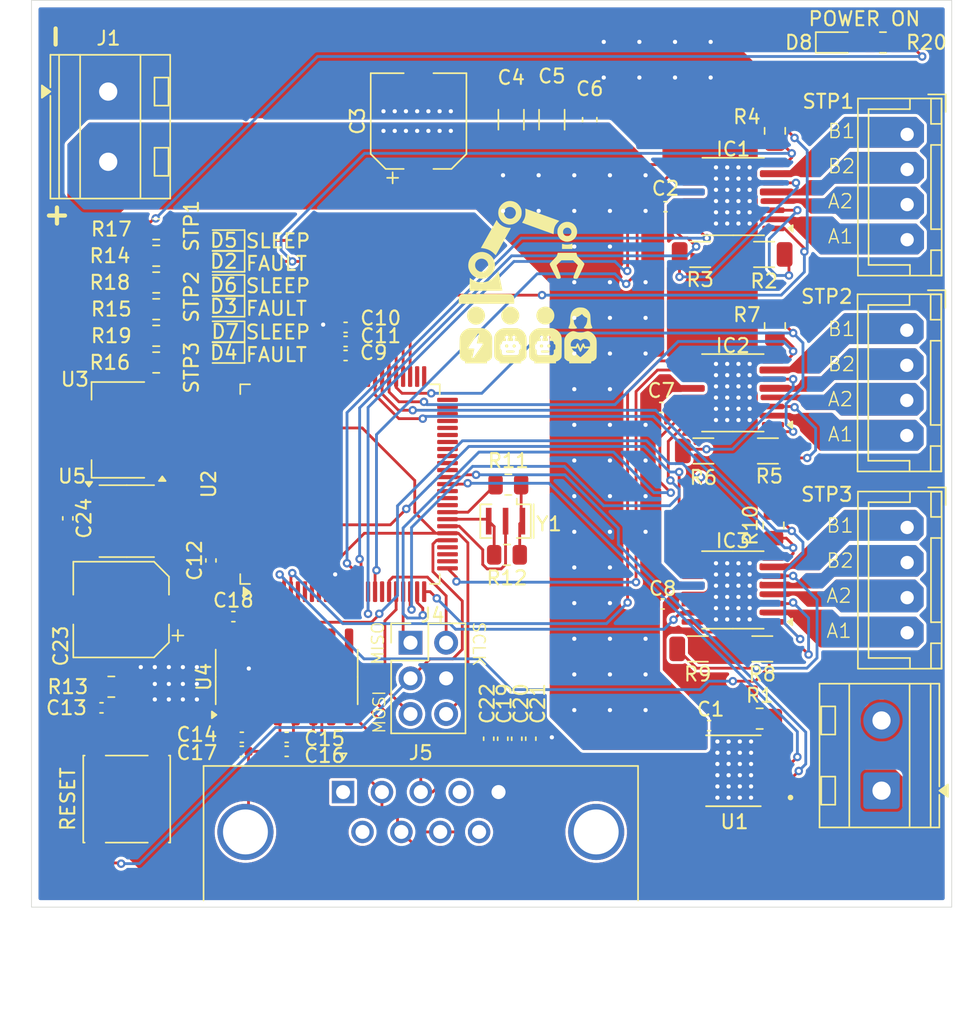
<source format=kicad_pcb>
(kicad_pcb (version 20241229) (generator "pcbnew") (generator_version "9.0")
  (layers (0 "F.Cu" signal) (2 "B.Cu" signal) (13 "F.Paste" user) (15 "B.Paste" user) (5 "F.SilkS" user "F.Silkscreen") (7 "B.SilkS" user "B.Silkscreen") (1 "F.Mask" user) (3 "B.Mask" user) (25 "Edge.Cuts" user))
  (net 0 "")
  (net 1 "GND")
  (net 2 "Net-(IC1-BISEN)")
  (net 3 "Net-(IC1-AISEN)")
  (net 6 "Net-(IC2-BISEN)")
  (net 7 "Net-(IC2-AISEN)")
  (net 8 "Net-(IC3-BISEN)")
  (net 9 "Net-(IC3-AISEN)")
  (net 10 "Net-(U1-ILIM)")
  (net 11 "VM")
  (net 12 "+5V")
  (net 13 "Net-(U2-AREF)")
  (net 14 "AOUT2_STP1")
  (net 15 "BOUT1_STP1")
  (net 16 "AOUT1_STP1")
  (net 17 "/RESET")
  (net 18 "Net-(U4-C1-)")
  (net 19 "BOUT2_STP1")
  (net 20 "Net-(U4-C1+)")
  (net 21 "AOUT1_STP2")
  (net 22 "BOUT2_STP2")
  (net 23 "AOUT2_STP2")
  (net 24 "Net-(U4-C2+)")
  (net 25 "BOUT1_STP2")
  (net 26 "Net-(U4-C2-)")
  (net 27 "Net-(U4-VS-)")
  (net 28 "Net-(U4-VS+)")
  (net 29 "/PC-CTS")
  (net 30 "AOUT1_STP3")
  (net 31 "/PC-RTS")
  (net 32 "BOUT1_STP3")
  (net 33 "AOUT2_STP3")
  (net 34 "/T1-OUT")
  (net 35 "/R1-IN")
  (net 36 "/FAULT_STP1")
  (net 37 "BOUT2_STP3")
  (net 38 "/FAULT_STP2")
  (net 39 "OUT2_DC")
  (net 40 "OUT1_DC")
  (net 45 "/FAULT_STP3")
  (net 46 "Net-(D5-A)")
  (net 47 "/SLEEP_STP1")
  (net 48 "Net-(D6-A)")
  (net 49 "/SLEEP_STP2")
  (net 50 "Net-(D7-A)")
  (net 51 "/SLEEP_STP3")
  (net 52 "Net-(D8-A)")
  (net 53 "/BIN2_STP1")
  (net 54 "/AIN2_STP1")
  (net 55 "/BIN1_STP1")
  (net 56 "/AIN1_STP1")
  (net 57 "/AIN2_STP2")
  (net 58 "/BIN2_STP2")
  (net 59 "/BIN1_STP2")
  (net 60 "/AIN1_STP2")
  (net 61 "/BIN1_STP3")
  (net 62 "/AIN1_STP3")
  (net 63 "/AIN2_STP3")
  (net 64 "/BIN2_STP3")
  (net 65 "/MOSI")
  (net 66 "/MISO")
  (net 67 "/SCLK")
  (net 72 "/XTAL1R")
  (net 73 "/XTAL1")
  (net 74 "/XTAL2")
  (net 75 "/IN2_DC")
  (net 76 "/IN1_DC")
  (net 77 "/RX0")
  (net 90 "/LIMIT_SW4")
  (net 101 "/LIMIT_SW2")
  (net 104 "/LIMIT_SW1")
  (net 108 "/LIMIT_SW5")
  (net 117 "/TX0")
  (net 130 "/LIMIT_SW6")
  (net 134 "/LIMIT_SW3")
  (net 140 "/MCU-CTS")
  (net 141 "/MCU-RTS")
  (net 144 "Net-(D2-A)")
  (net 145 "Net-(D3-A)")
  (net 146 "Net-(D4-A)")
  (footprint "Package_SO:SOIC-8_3.9x4.9mm_P1.27mm" (layer "F.Cu") (at 94.8 137.1)
    (property "Reference" "U5")
    (property "Value" "AMS1117CS-5.0")
  )
  (footprint "Capacitor_SMD:C_1206_3216Metric" (layer "F.Cu") (at 122.2 108.5 -90)
    (property "Reference" "C4")
    (property "Value" "10uF")
  )
  (footprint "Capacitor_SMD:C_0402_1005Metric" (layer "F.Cu") (at 102.4 143.9)
    (property "Reference" "C18")
    (property "Value" "0.1uF")
  )
  (footprint "Package_SO:HTSSOP-16-1EP_4.4x5mm_P0.65mm_EP3.4x5mm_Mask2.66x2.46mm" (layer "F.Cu") (at 138.027903 113.975 180)
    (property "Reference" "IC1")
    (property "Value" "DRV8411PWPR")
  )
  (footprint "Capacitor_SMD:C_0402_1005Metric" (layer "F.Cu") (at 122.6 152.6 90)
    (property "Reference" "C20")
    (property "Value" "150pF")
  )
  (footprint "Capacitor_SMD:C_0402_1005Metric" (layer "F.Cu") (at 100.8 139.9 90)
    (property "Reference" "C12")
    (property "Value" "0.1uF")
  )
  (footprint "Capacitor_SMD:C_0402_1005Metric" (layer "F.Cu") (at 121.6 152.6 90)
    (property "Reference" "C19")
    (property "Value" "150pF")
  )
  (footprint "Capacitor_SMD:C_1206_3216Metric" (layer "F.Cu") (at 125.1 108.5 -90)
    (property "Reference" "C5")
    (property "Value" "10uF")
  )
  (footprint "Resistor_SMD:R_0805_2012Metric" (layer "F.Cu") (at 96.9 125.8)
    (property "Reference" "R16")
    (property "Value" "1k")
  )
  (footprint "Capacitor_SMD:C_0402_1005Metric" (layer "F.Cu") (at 120.6 152.6 90)
    (property "Reference" "C22")
    (property "Value" "150pF")
  )
  (footprint "Capacitor_SMD:C_0402_1005Metric" (layer "F.Cu") (at 123.6 152.6 90)
    (property "Reference" "C21")
    (property "Value" "150pF")
  )
  (footprint "Resistor_SMD:R_1206_3216Metric" (layer "F.Cu") (at 140.1 146.2)
    (property "Reference" "R8")
    (property "Value" "100m")
  )
  (footprint "Connector_JST:JST_XH_B4B-XH-A_1x04_P2.50mm_Vertical" (layer "F.Cu") (at 150.4 123.5 -90)
    (property "Reference" "STP2")
    (property "Value" "STP2_OUT")
  )
  (footprint "Resistor_SMD:R_1206_3216Metric" (layer "F.Cu") (at 135.672097 118.1)
    (property "Reference" "R3")
    (property "Value" "100m")
  )
  (footprint "Resistor_SMD:R_0805_2012Metric" (layer "F.Cu") (at 96.9 116.3)
    (property "Reference" "R17")
    (property "Value" "1k")
  )
  (footprint "Package_TO_SOT_SMD:SOT-223-3_TabPin2" (layer "F.Cu") (at 94.2 130.6 180)
    (property "Reference" "U3")
    (property "Value" "LD1117S50TR_SOT223")
  )
  (footprint "Connector_JST:JST_XH_B4B-XH-A_1x04_P2.50mm_Vertical" (layer "F.Cu") (at 150.425 137.55 -90)
    (property "Reference" "STP3")
    (property "Value" "STP3_OUT")
  )
  (footprint "LED_SMD:LED_0603_1608Metric" (layer "F.Cu") (at 145.4 103)
    (property "Reference" "D8")
    (property "Value" "LED_G")
  )
  (footprint "Capacitor_SMD:CP_Elec_6.3x5.4" (layer "F.Cu") (at 115.6 108.6 90)
    (property "Reference" "C3")
    (property "Value" "47uF")
  )
  (footprint "Connector_PinHeader_2.54mm:PinHeader_2x03_P2.54mm_Vertical" (layer "F.Cu") (at 115.025 145.76)
    (property "Reference" "J4")
    (property "Value" "ICSP")
  )
  (footprint "Capacitor_SMD:C_0402_1005Metric" (layer "F.Cu") (at 93 150.4 180)
    (property "Reference" "C13")
    (property "Value" "22pF")
  )
  (footprint "Capacitor_SMD:C_0402_1005Metric" (layer "F.Cu") (at 136.3125 151.67 180)
    (property "Reference" "C1")
    (property "Value" "0.1uF")
  )
  (footprint "Capacitor_SMD:C_0402_1005Metric" (layer "F.Cu") (at 90.6 136.9 -90)
    (property "Reference" "C24")
    (property "Value" "0.1uF")
  )
  (footprint "LOGO" (layer "F.Cu") (at 123.389513 120.145)
    (property "Reference" "G***" (hide yes))
    (property "Value" "LOGO" (hide yes))
  )
  (footprint "Package_SO:HTSSOP-16-1EP_4.4x5mm_P0.65mm_EP3.4x5mm_Mask2.66x2.46mm" (layer "F.Cu") (at 138 142 180)
    (property "Reference" "IC3")
    (property "Value" "DRV8411PWPR")
  )
  (footprint "Resistor_SMD:R_0805_2012Metric" (layer "F.Cu") (at 121.9 139.5 180)
    (property "Reference" "R12")
    (property "Value" "1M")
  )
  (footprint "Package_SO:SOIC-16_3.9x9.9mm_P1.27mm" (layer "F.Cu") (at 106.2 148.2 90)
    (property "Reference" "U4")
    (property "Value" "ST232ExD")
  )
  (footprint "Kicad_TitoSync_Footprints:VREG_LM5017MR_NOPB" (layer "F.Cu") (at 138.04 154.885 180)
    (property "Reference" "U1")
    (property "Value" "DRV8871DDA")
  )
  (footprint "Resistor_SMD:R_1206_3216Metric" (layer "F.Cu") (at 140.5 132.1)
    (property "Reference" "R5")
    (property "Value" "100m")
  )
  (footprint "Resistor_SMD:R_1206_3216Metric" (layer "F.Cu") (at 135.9 132.1)
    (property "Reference" "R6")
    (property "Value" "100m")
  )
  (footprint "Connector_Dsub:DSUB-9_Pins_Horizontal_P2.77x2.84mm_EdgePinOffset4.94mm_Housed_MountingHolesOffset4.94mm" (layer "F.Cu") (at 110.22 156.4)
    (property "Reference" "J5")
    (property "Value" "RS232")
  )
  (footprint "Capacitor_SMD:C_0402_1005Metric" (layer "F.Cu") (at 103 152.5 180)
    (property "Reference" "C14")
    (property "Value" "0.1uF")
  )
  (footprint "Resistor_SMD:R_0805_2012Metric" (layer "F.Cu") (at 122 134.5 180)
    (property "Reference" "R11")
    (property "Value" "27")
  )
  (footprint "LED_SMD:LED_0603_1608Metric" (layer "F.Cu") (at 101.715 123.6 180)
    (property "Reference" "D7")
    (property "Value" "LED_Y")
  )
  (footprint "Connector_JST:JST_XH_B4B-XH-A_1x04_P2.50mm_Vertical" (layer "F.Cu") (at 150.425 109.55 -90)
    (property "Reference" "STP1")
    (property "Value" "STP1_OUT")
  )
  (footprint "Resistor_SMD:R_0805_2012Metric" (layer "F.Cu") (at 141 123.2 90)
    (property "Reference" "R7")
    (property "Value" "1k")
  )
  (footprint "Capacitor_SMD:C_0603_1608Metric" (layer "F.Cu") (at 127.8 108.5 90)
    (property "Reference" "C6")
    (property "Value" "1uF")
  )
  (footprint "TerminalBlock_MetzConnect:TerminalBlock_MetzConnect_Type094_RT03502HBLU_1x02_P5.00mm_Horizontal" (layer "F.Cu") (at 148.6 156.3 90)
    (property "Reference" "J3" (hide yes))
    (property "Value" "DC_OUT")
  )
  (footprint "Resistor_SMD:R_0805_2012Metric" (layer "F.Cu") (at 96.9 122)
    (property "Reference" "R15")
    (property "Value" "1k")
  )
  (footprint "Resistor_SMD:R_0805_2012Metric" (layer "F.Cu") (at 93.7 148.9 180)
    (property "Reference" "R13")
    (property "Value" "10K")
  )
  (footprint "Capacitor_SMD:C_0402_1005Metric" (layer "F.Cu") (at 110.4 124.3)
    (property "Reference" "C11")
    (property "Value" "0.1uF")
  )
  (footprint "Button_Switch_SMD:SW_Push_1P1T_NO_E-Switch_TL3301NxxxxxG" (layer "F.Cu") (at 94.8 156.9 -90)
    (property "Reference" "RESET")
    (property "Value" "SW_Push_Dual")
  )
  (footprint "LED_SMD:LED_0603_1608Metric" (layer "F.Cu") (at 101.715 121.8 180)
    (property "Reference" "D3")
    (property "Value" "LED_R")
  )
  (footprint "Resistor_SMD:R_0805_2012Metric" (layer "F.Cu") (at 96.9 120.1)
    (property "Reference" "R18")
    (property "Value" "1k")
  )
  (footprint "Resistor_SMD:R_0805_2012Metric_Pad1.20x1.40mm_HandSolder" (layer "F.Cu") (at 139.9125 151.17)
    (property "Reference" "R1")
    (property "Value" "30k")
  )
  (footprint "LED_SMD:LED_0603_1608Metric" (layer "F.Cu") (at 101.715 120.3 180)
    (property "Reference" "D6")
    (property "Value" "LED_Y")
  )
  (footprint "Capacitor_SMD:C_0402_1005Metric" (layer "F.Cu") (at 133 143 180)
    (property "Reference" "C8")
    (property "Value" "0.1uF")
  )
  (footprint "Resistor_SMD:R_0805_2012Metric" (layer "F.Cu") (at 96.9 123.9)
    (property "Reference" "R19")
    (property "Value" "1k")
  )
  (footprint "Capacitor_SMD:C_0402_1005Metric" (layer "F.Cu") (at 132.9 129 180)
    (property "Reference" "C7")
    (property "Value" "0.1uF")
  )
  (footprint "Capacitor_SMD:C_0402_1005Metric" (layer "F.Cu") (at 103 153.5 180)
    (property "Reference" "C17")
    (property "Value" "0.1uF")
  )
  (footprint "Resistor_SMD:R_1206_3216Metric" (layer "F.Cu") (at 140.227903 118.1)
    (property "Reference" "R2")
    (property "Value" "100m")
  )
  (footprint "Package_QFP:TQFP-100_14x14mm_P0.5mm" (layer "F.Cu") (at 110 134.4625 90)
    (property "Reference" "U2")
    (property "Value" "ATmega2560-16A")
  )
  (footprint "Resistor_SMD:R_0805_2012Metric" (layer "F.Cu") (at 140.9 137.4 90)
    (property "Reference" "R10")
    (property "Value" "1k")
  )
  (footprint "Resistor_SMD:R_0805_2012Metric" (layer "F.Cu") (at 148.7 103 180)
    (property "Reference" "R20")
    (property "Value" "1k")
  )
  (footprint "Package_SO:HTSSOP-16-1EP_4.4x5mm_P0.65mm_EP3.4x5mm_Mask2.66x2.46mm" (layer "F.Cu") (at 138 127.96 180)
    (property "Reference" "IC2")
    (property "Value" "DRV8411PWPR")
  )
  (footprint "Crystal:Resonator_SMD_Murata_CSTxExxV-3Pin_3.0x1.1mm" (layer "F.Cu") (at 121.8 137.1 180)
    (property "Reference" "Y1")
    (property "Value" "16MHz")
  )
  (footprint "Capacitor_SMD:C_0402_1005Metric" (layer "F.Cu") (at 106.2 153.5)
    (property "Reference" "C16")
    (property "Value" "0.1uF")
  )
  (footprint "TerminalBlock_MetzConnect:TerminalBlock_MetzConnect_Type094_RT03502HBLU_1x02_P5.00mm_Horizontal" (layer "F.Cu") (at 93.4775 106.5 -90)
    (property "Reference" "J1")
    (property "Value" "POWER_IN")
  )
  (footprint "Capacitor_SMD:C_0402_1005Metric" (layer "F.Cu") (at 133.2 114.7 180)
    (property "Reference" "C2")
    (property "Value" "0.1uF")
  )
  (footprint "LED_SMD:LED_0603_1608Metric" (layer "F.Cu") (at 101.7175 117.1 180)
    (property "Reference" "D5")
    (property "Value" "LED_Y")
  )
  (footprint "Resistor_SMD:R_0805_2012Metric" (layer "F.Cu") (at 141 109.3 90)
    (property "Reference" "R4")
    (property "Value" "1k")
  )
  (footprint "Capacitor_SMD:C_0402_1005Metric" (layer "F.Cu") (at 110.4 125.3)
    (property "Reference" "C9")
    (property "Value" "0.1uF")
  )
  (footprint "Capacitor_SMD:C_0402_1005Metric" (layer "F.Cu") (at 106.2 152.5 180)
    (property "Reference" "C15")
    (property "Value" "0.1uF")
  )
  (footprint "Capacitor_SMD:CP_Elec_6.3x5.4" (layer "F.Cu") (at 94.4 143.4 180)
    (property "Reference" "C23")
    (property "Value" "47uF")
  )
  (footprint "Capacitor_SMD:C_0402_1005Metric" (layer "F.Cu") (at 110.4 123.3)
    (property "Reference" "C10")
    (property "Value" "0.1uF")
  )
  (footprint "Resistor_SMD:R_1206_3216Metric" (layer "F.Cu") (at 135.5 146.2)
    (property "Reference" "R9")
    (property "Value" "100m")
  )
  (footprint "Resistor_SMD:R_0805_2012Metric" (layer "F.Cu") (at 96.9 118.2)
    (property "Reference" "R14")
    (property "Value" "1k")
  )
  (footprint "LED_SMD:LED_0603_1608Metric" (layer "F.Cu") (at 101.715 125.1 180)
    (property "Reference" "D4")
    (property "Value" "LED_R")
  )
  (footprint "LED_SMD:LED_0603_1608Metric" (layer "F.Cu") (at 101.7175 118.6 180)
    (property "Reference" "D2")
    (property "Value" "LED_R")
  )
  (gr_rect (start 88.01 100) (end 153.6 164.6) (stroke (width 0.05)) (fill no) (layer "Edge.Cuts"))
  (gr_text "SCLK" (at 119.4 144.2 270) (layer "F.SilkS") (effects (font (size 0.85 0.85) (thickness 0.1)) (justify left bottom)))
  (gr_text "SLEEP\nFAULT" (at 103.2 122.535 0) (layer "F.SilkS") (effects (font (size 1 1)) (justify left bottom)))
  (gr_text "+" (at 88.7 116.1 0) (layer "F.SilkS") (effects (font (size 1.5 1.5) (thickness 0.3) (bold yes)) (justify left bottom)))
  (gr_text "B1" (at 144.7 124 0) (layer "F.SilkS") (effects (font (size 1 1) (thickness 0.1)) (justify left bottom)))
  (gr_text "B2" (at 144.7 112.4 0) (layer "F.SilkS") (effects (font (size 1 1) (thickness 0.1)) (justify left bottom)))
  (gr_text "SLEEP\nFAULT" (at 103.2025 119.335 0) (layer "F.SilkS") (effects (font (size 1 1)) (justify left bottom)))
  (gr_text "A1" (at 144.7 131.5 0) (layer "F.SilkS") (effects (font (size 1 1) (thickness 0.1)) (justify left bottom)))
  (gr_text "B1" (at 144.7 109.9 0) (layer "F.SilkS") (effects (font (size 1 1) (thickness 0.1)) (justify left bottom)))
  (gr_text "A1" (at 144.6 145.5 0) (layer "F.SilkS") (effects (font (size 1 1) (thickness 0.1)) (justify left bottom)))
  (gr_text "A2" (at 144.7 129 0) (layer "F.SilkS") (effects (font (size 1 1) (thickness 0.1)) (justify left bottom)))
  (gr_text "B1" (at 144.6 138 0) (layer "F.SilkS") (effects (font (size 1 1) (thickness 0.1)) (justify left bottom)))
  (gr_text "SLEEP\nFAULT" (at 103.195 125.83 0) (layer "F.SilkS") (effects (font (size 1 1)) (justify left bottom)))
  (gr_text "MOSI" (at 113.3 152.3 90) (layer "F.SilkS") (effects (font (size 0.85 0.85) (thickness 0.1)) (justify left bottom)))
  (gr_text "POWER ON" (at 143.3 101.9 0) (layer "F.SilkS") (effects (font (size 1 1)) (justify left bottom)))
  (gr_text "A2" (at 144.6 143 0) (layer "F.SilkS") (effects (font (size 1 1) (thickness 0.1)) (justify left bottom)))
  (gr_text "A1" (at 144.7 117.4 0) (layer "F.SilkS") (effects (font (size 1 1) (thickness 0.1)) (justify left bottom)))
  (gr_text "B2" (at 144.7 126.5 0) (layer "F.SilkS") (effects (font (size 1 1) (thickness 0.1)) (justify left bottom)))
  (gr_text "MISO" (at 113.2 147.4 90) (layer "F.SilkS") (effects (font (size 0.85 0.85) (thickness 0.1)) (justify left bottom)))
  (gr_text "-" (at 90.5 103.7 90) (layer "F.SilkS") (effects (font (size 1.5 1.5) (thickness 0.3) (bold yes)) (justify left bottom)))
  (gr_text "STP1" (at 100 118 90) (layer "F.SilkS") (effects (font (size 1 1)) (justify left bottom)))
  (gr_text "STP2" (at 100 123.05 90) (layer "F.SilkS") (effects (font (size 1 1)) (justify left bottom)))
  (gr_text "B2" (at 144.6 140.5 0) (layer "F.SilkS") (effects (font (size 1 1) (thickness 0.1)) (justify left bottom)))
  (gr_text "A2" (at 144.7 114.9 0) (layer "F.SilkS") (effects (font (size 1 1) (thickness 0.1)) (justify left bottom)))
  (gr_text "STP3" (at 100 128.1 90) (layer "F.SilkS") (effects (font (size 1 1)) (justify left bottom)))
  (segment (start 120.48984 140.501) (end 121.48516 140.501) (width 0.2) (layer "F.Cu") (net 1))
  (segment (start 117.6625 137.4625) (end 118.500924 137.4625) (width 0.2) (layer "F.Cu") (net 1))
  (segment (start 103.025 145.725) (end 103.025 145.175) (width 0.2) (layer "F.Cu") (net 1))
  (segment (start 102.3375 139.9625) (end 101.2175 139.9625) (width 0.2) (layer "F.Cu") (net 1))
  (segment (start 102.88 143.9) (end 102.88 145.58) (width 0.2) (layer "F.Cu") (net 1))
  (segment (start 137.930495 127.985) (end 137.605495 128.31) (width 0.2) (layer "F.Cu") (net 1))
  (segment (start 137.4775 155.52) (end 138.1125 154.885) (width 0.2) (layer "F.Cu") (net 1))
  (segment (start 102.3375 130.9625) (end 99.2875 130.9625) (width 0.2) (layer "F.Cu") (net 1))
  (segment (start 120.174 139.135576) (end 120.174 140.18516) (width 0.2) (layer "F.Cu") (net 1))
  (segment (start 109.460782 140.892894) (end 109.655634 140.892894) (width 0.2) (layer "F.Cu") (net 1))
  (segment (start 109 142.125) (end 109 141.353676) (width 0.2) (layer "F.Cu") (net 1))
  (segment (start 123.6 152.12) (end 124.72 152.12) (width 0.2) (layer "F.Cu") (net 1))
  (segment (start 99.2875 130.9625) (end 97.35 132.9) (width 0.2) (layer "F.Cu") (net 1))
  (segment (start 103.025 145.725) (end 103.025 147.125) (width 0.2) (layer "F.Cu") (net 1))
  (segment (start 109 141.353676) (end 109.460782 140.892894) (width 0.2) (layer "F.Cu") (net 1))
  (segment (start 103.025 147.125) (end 103.5 147.6) (width 0.2) (layer "F.Cu") (net 1))
  (segment (start 137.633398 114.325) (end 135.083018 114.325) (width 0.2) (layer "F.Cu") (net 1))
  (segment (start 137.930495 142) (end 137.605495 142.325) (width 0.2) (layer "F.Cu") (net 1))
  (segment (start 136.46 103) (end 136.42 102.96) (width 0.2) (layer "F.Cu") (net 1))
  (segment (start 101.2175 139.9625) (end 100.8 140.38) (width 0.2) (layer "F.Cu") (net 1))
  (segment (start 121.48516 140.501) (end 121.8 140.18616) (width 0.2) (layer "F.Cu") (net 1))
  (segment (start 102.88 145.58) (end 103.025 145.725) (width 0.2) (layer "F.Cu") (net 1))
  (segment (start 109.92 125.3) (end 110.5 125.88) (width 0.2) (layer "F.Cu") (net 1))
  (segment (start 121.8 140.18616) (end 121.8 137.1) (width 0.2) (layer "F.Cu") (net 1))
  (segment (start 103.025 145.175) (end 103.2 145) (width 0.2) (layer "F.Cu") (net 1))
  (segment (start 103.48 159.02) (end 103.26 159.24) (width 0.2) (layer "F.Cu") (net 1))
  (segment (start 144.6125 103) (end 136.46 103) (width 0.2) (layer "F.Cu") (net 1))
  (segment (start 109 123.3) (end 108.8 123.1) (width 0.2) (layer "F.Cu") (net 1))
  (segment (start 120.174 140.18516) (end 120.48984 140.501) (width 0.2) (layer "F.Cu") (net 1))
  (segment (start 118.500924 137.4625) (end 120.174 139.135576) (width 0.2) (layer "F.Cu") (net 1))
  (segment (start 110.5 125.88) (end 110.5 126.8) (width 0.2) (layer "F.Cu") (net 1))
  (segment (start 109.92 123.3) (end 109.92 125.3) (width 0.2) (layer "F.Cu") (net 1))
  (segment (start 103.48 153.5) (end 105.72 153.5) (width 0.2) (layer "F.Cu") (net 1))
  (segment (start 124.72 152.12) (end 125.1 152.5) (width 0.2) (layer "F.Cu") (net 1))
  (segment (start 120.6 152.12) (end 123.6 152.12) (width 0.2) (layer "F.Cu") (net 1))
  (segment (start 109.92 123.3) (end 109 123.3) (width 0.2) (layer "F.Cu") (net 1))
  (segment (start 103.48 153.5) (end 103.48 159.02) (width 0.2) (layer "F.Cu") (net 1))
  (segment (start 137.605495 142.325) (end 135.055115 142.325) (width 0.4) (layer "F.Cu") (net 1))
  (via (at 138.4 114.3) (size 0.6) (drill 0.3) (layers "F.Cu" "B.Cu") (net 1))
  (via (at 97.8 147.5) (size 0.6) (drill 0.3) (layers "F.Cu" "B.Cu") (net 1))
  (via (at 139.2 127.5) (size 0.6) (drill 0.3) (layers "F.Cu" "B.Cu") (net 1))
  (via (at 139.3 156.8) (size 0.6) (drill 0.3) (layers "F.Cu" "B.Cu") (net 1))
  (via (at 139.2 125.9) (size 0.6) (drill 0.3) (layers "F.Cu" "B.Cu") (net 1))
  (via (at 138.4 144.1) (size 0.6) (drill 0.3) (layers "F.Cu" "B.Cu") (net 1))
  (via (at 138.4 113.5) (size 0.6) (drill 0.3) (layers "F.Cu" "B.Cu") (net 1))
  (via (at 136.8 114.3) (size 0.6) (drill 0.3) (layers "F.Cu" "B.Cu") (net 1))
  (via (at 137.6 128.3) (size 0.6) (drill 0.3) (layers "F.Cu" "B.Cu") (net 1))
  (via (at 98.8 149.8) (size 0.6) (drill 0.3) (layers "F.Cu" "B.Cu") (net 1))
  (via (at 99.8 148.7) (size 0.6) (drill 0.3) (layers "F.Cu" "B.Cu") (net 1))
  (via (at 139.3 154.4) (size 0.6) (drill 0.3) (layers "F.Cu" "B.Cu") (net 1))
  (via (at 137.6 125.9) (size 0.6) (drill 0.3) (layers "F.Cu" "B.Cu") (net 1))
  (via (at 131.34 102.96) (size 0.6) (drill 0.3) (layers "F.Cu" "B.Cu") (net 1))
  (via (at 139.2 115.9) (size 0.6) (drill 0.3) (layers "F.Cu" "B.Cu") (net 1))
  (via (at 136.8 126.7) (size 0.6) (drill 0.3) (layers "F.Cu" "B.Cu") (net 1))
  (via (at 133.88 105.5) (size 0.6) (drill 0.3) (layers "F.Cu" "B.Cu") (net 1))
  (via (at 139.2 129.9) (size 0.6) (drill 0.3) (layers "F.Cu" "B.Cu") (net 1))
  (via (at 137.6 141.7) (size 0.6) (drill 0.3) (layers "F.Cu" "B.Cu") (net 1))
  (via (at 99.8 149.8) (size 0.6) (drill 0.3) (layers "F.Cu" "B.Cu") (net 1))
  (via (at 138.5 152.8) (size 0.6) (drill 0.3) (layers "F.Cu" "B.Cu") (net 1))
  (via (at 137.6 127.5) (size 0.6) (drill 0.3) (layers "F.Cu" "B.Cu") (net 1))
  (via (at 138.5 154.4) (size 0.6) (drill 0.3) (layers "F.Cu" "B.Cu") (net 1))
  (via (at 136.8 115.9) (size 0.6) (drill 0.3) (layers "F.Cu" "B.Cu") (net 1))
  (via (at 138.4 141.7) (size 0.6) (drill 0.3) (layers "F.Cu" "B.Cu") (net 1))
  (via (at 113.1 107.9) (size 0.6) (drill 0.3) (layers "F.Cu" "B.Cu") (net 1))
  (via (at 138.5 156.8) (size 0.6) (drill 0.3) (layers "F.Cu" "B.Cu") (net 1))
  (via (at 138.4 125.9) (size 0.6) (drill 0.3) (layers "F.Cu" "B.Cu") (net 1))
  (via (at 137.6 112.7) (size 0.6) (drill 0.3) (layers "F.Cu" "B.Cu") (net 1))
  (via (at 98.8 148.7) (size 0.6) (drill 0.3) (layers "F.Cu" "B.Cu") (net 1))
  (via (at 139.2 129.1) (size 0.6) (drill 0.3) (layers "F.Cu" "B.Cu") (net 1))
  (via (at 98.8 147.5) (size 0.6) (drill 0.3) (layers "F.Cu" "B.Cu") (net 1))
  (via (at 136.9 154.4) (size 0.6) (drill 0.3) (layers "F.Cu" "B.Cu") (net 1))
  (via (at 139.2 113.5) (size 0.6) (drill 0.3) (layers "F.Cu" "B.Cu") (net 1))
  (via (at 108.8 123.1) (size 0.6) (drill 0.3) (layers "F.Cu" "B.Cu") (net 1))
  (via (at 138.4 128.3) (size 0.6) (drill 0.3) (layers "F.Cu" "B.Cu") (net 1))
  (via (at 137.6 140.9) (size 0.6) (drill 0.3) (layers "F.Cu" "B.Cu") (net 1))
  (via (at 113.9 107.9) (size 0.6) (drill 0.3) (layers "F.Cu" "B.Cu") (net 1))
  (via (at 139.2 144.1) (size 0.6) (drill 0.3) (layers "F.Cu" "B.Cu") (net 1))
  (via (at 138.5 156) (size 0.6) (drill 0.3) (layers "F.Cu" "B.Cu") (net 1))
  (via (at 117.9 107.9) (size 0.6) (drill 0.3) (layers "F.Cu" "B.Cu") (net 1))
  (via (at 139.3 153.6) (size 0.6) (drill 0.3) (layers "F.Cu" "B.Cu") (net 1))
  (via (at 138.4 140.9) (size 0.6) (drill 0.3) (layers "F.Cu" "B.Cu") (net 1))
  (via (at 137.7 156) (size 0.6) (drill 0.3) (layers "F.Cu" "B.Cu") (net 1))
  (via (at 136.8 115.1) (size 0.6) (drill 0.3) (layers "F.Cu" "B.Cu") (net 1))
  (via (at 138.4 112.7) (size 0.6) (drill 0.3) (layers "F.Cu" "B.Cu") (net 1))
  (via (at 136.8 142.5) (size 0.6) (drill 0.3) (layers "F.Cu" "B.Cu") (net 1))
  (via (at 139.3 155.2) (size 0.6) (drill 0.3) (layers "F.Cu" "B.Cu") (net 1))
  (via (at 138.4 140.1) (size 0.6) (drill 0.3) (layers "F.Cu" "B.Cu") (net 1))
  (via (at 139.2 114.3) (size 0.6) (drill 0.3) (layers "F.Cu" "B.Cu") (net 1))
  (via (at 137.6 113.5) (size 0.6) (drill 0.3) (layers "F.Cu" "B.Cu") (net 1))
  (via (at 136.8 112.7) (size 0.6) (drill 0.3) (layers "F.Cu" "B.Cu") (net 1))
  (via (at 139.2 115.1) (size 0.6) (drill 0.3) (layers "F.Cu" "B.Cu") (net 1))
  (via (at 136.8 143.3) (size 0.6) (drill 0.3) (layers "F.Cu" "B.Cu") (net 1))
  (via (at 115.5 107.9) (size 0.6) (drill 0.3) (layers "F.Cu" "B.Cu") (net 1))
  (via (at 125.1 152.5) (size 0.6) (drill 0.3) (layers "F.Cu" "B.Cu") (net 1))
  (via (at 136.9 156) (size 0.6) (drill 0.3) (layers "F.Cu" "B.Cu") (net 1))
  (via (at 139.2 126.7) (size 0.6) (drill 0.3) (layers "F.Cu" "B.Cu") (net 1))
  (via (at 136.8 127.5) (size 0.6) (drill 0.3) (layers "F.Cu" "B.Cu") (net 1))
  (via (at 138.4 143.3) (size 0.6) (drill 0.3) (layers "F.Cu" "B.Cu") (net 1))
  (via (at 136.8 129.1) (size 0.6) (drill 0.3) (layers "F.Cu" "B.Cu") (net 1))
  (via (at 138.4 115.1) (size 0.6) (drill 0.3) (layers "F.Cu" "B.Cu") (net 1))
  (via (at 136.8 128.3) (size 0.6) (drill 0.3) (layers "F.Cu" "B.Cu") (net 1))
  (via (at 96.8 147.5) (size 0.6) (drill 0.3) (layers "F.Cu" "B.Cu") (net 1))
  (via (at 137.6 143.3) (size 0.6) (drill 0.3) (layers "F.Cu" "B.Cu") (net 1))
  (via (at 138.5 155.2) (size 0.6) (drill 0.3) (layers "F.Cu" "B.Cu") (net 1))
  (via (at 116.3 107.9) (size 0.6) (drill 0.3) (layers "F.Cu" "B.Cu") (net 1))
  (via (at 136.8 129.9) (size 0.6) (drill 0.3) (layers "F.Cu" "B.Cu") (net 1))
  (via (at 136.8 125.9) (size 0.6) (drill 0.3) (layers "F.Cu" "B.Cu") (net 1))
  (via (at 139.2 112.7) (size 0.6) (drill 0.3) (layers "F.Cu" "B.Cu") (net 1))
  (via (at 137.7 154.4) (size 0.6) (drill 0.3) (layers "F.Cu" "B.Cu") (net 1))
  (via (at 137.6 114.3) (size 0.6) (drill 0.3) (layers "F.Cu" "B.Cu") (net 1))
  (via (at 136.9 155.2) (size 0.6) (drill 0.3) (layers "F.Cu" "B.Cu") (net 1))
  (via (at 136.9 156.8) (size 0.6) (drill 0.3) (layers "F.Cu" "B.Cu") (net 1))
  (via (at 117.1 107.9) (size 0.6) (drill 0.3) (layers "F.Cu" "B.Cu") (net 1))
  (via (at 139.2 140.9) (size 0.6) (drill 0.3) (layers "F.Cu" "B.Cu") (net 1))
  (via (at 137.6 111.9) (size 0.6) (drill 0.3) (layers "F.Cu" "B.Cu") (net 1))
  (via (at 109.655634 140.892894) (size 0.6) (drill 0.3) (layers "F.Cu" "B.Cu") (net 1))
  (via (at 137.6 129.1) (size 0.6) (drill 0.3) (layers "F.Cu" "B.Cu") (net 1))
  (via (at 138.4 111.9) (size 0.6) (drill 0.3) (layers "F.Cu" "B.Cu") (net 1))
  (via (at 139.3 152.8) (size 0.6) (drill 0.3) (layers "F.Cu" "B.Cu") (net 1))
  (via (at 139.2 141.7) (size 0.6) (drill 0.3) (layers "F.Cu" "B.Cu") (net 1))
  (via (at 136.8 140.1) (size 0.6) (drill 0.3) (layers "F.Cu" "B.Cu") (net 1))
  (via (at 138.4 129.9) (size 0.6) (drill 0.3) (layers "F.Cu" "B.Cu") (net 1))
  (via (at 136.8 141.7) (size 0.6) (drill 0.3) (layers "F.Cu" "B.Cu") (net 1))
  (via (at 139.2 111.9) (size 0.6) (drill 0.3) (layers "F.Cu" "B.Cu") (net 1))
  (via (at 136.8 140.9) (size 0.6) (drill 0.3) (layers "F.Cu" "B.Cu") (net 1))
  (via (at 138.4 126.7) (size 0.6) (drill 0.3) (layers "F.Cu" "B.Cu") (net 1))
  (via (at 95.8 147.5) (size 0.6) (drill 0.3) (layers "F.Cu" "B.Cu") (net 1))
  (via (at 103.5 147.6) (size 0.6) (drill 0.3) (layers "F.Cu" "B.Cu") (net 1))
  (via (at 96.8 149.8) (size 0.6) (drill 0.3) (layers "F.Cu" "B.Cu") (net 1))
  (via (at 137.7 152.8) (size 0.6) (drill 0.3) (layers "F.Cu" "B.Cu") (net 1))
  (via (at 97.8 149.8) (size 0.6) (drill 0.3) (layers "F.Cu" "B.Cu") (net 1))
  (via (at 138.4 142.5) (size 0.6) (drill 0.3) (layers "F.Cu" "B.Cu") (net 1))
  (via (at 136.9 153.6) (size 0.6) (drill 0.3) (layers "F.Cu" "B.Cu") (net 1))
  (via (at 137.7 153.6) (size 0.6) (drill 0.3) (layers "F.Cu" "B.Cu") (net 1))
  (via (at 136.8 144.1) (size 0.6) (drill 0.3) (layers "F.Cu" "B.Cu") (net 1))
  (via (at 136.9 152.8) (size 0.6) (drill 0.3) (layers "F.Cu" "B.Cu") (net 1))
  (via (at 136.8 111.9) (size 0.6) (drill 0.3) (layers "F.Cu" "B.Cu") (net 1))
  (via (at 137.6 144.1) (size 0.6) (drill 0.3) (layers "F.Cu" "B.Cu") (net 1))
  (via (at 136.8 113.5) (size 0.6) (drill 0.3) (layers "F.Cu" "B.Cu") (net 1))
  (via (at 139.2 142.5) (size 0.6) (drill 0.3) (layers "F.Cu" "B.Cu") (net 1))
  (via (at 96.8 148.7) (size 0.6) (drill 0.3) (layers "F.Cu" "B.Cu") (net 1))
  (via (at 128.8 105.5) (size 0.6) (drill 0.3) (layers "F.Cu" "B.Cu") (net 1))
  (via (at 99.8 147.5) (size 0.6) (drill 0.3) (layers "F.Cu" "B.Cu") (net 1))
  (via (at 137.6 129.9) (size 0.6) (drill 0.3) (layers "F.Cu" "B.Cu") (net 1))
  (via (at 139.3 156) (size 0.6) (drill 0.3) (layers "F.Cu" "B.Cu") (net 1))
  (via (at 136.42 102.96) (size 0.6) (drill 0.3) (layers "F.Cu" "B.Cu") (net 1))
  (via (at 131.34 105.5) (size 0.6) (drill 0.3) (layers "F.Cu" "B.Cu") (net 1))
  (via (at 137.6 115.9) (size 0.6) (drill 0.3) (layers "F.Cu" "B.Cu") (net 1))
  (via (at 137.7 155.2) (size 0.6) (drill 0.3) (layers "F.Cu" "B.Cu") (net 1))
  (via (at 137.7 156.8) (size 0.6) (drill 0.3) (layers "F.Cu" "B.Cu") (net 1))
  (via (at 137.6 126.7) (size 0.6) (drill 0.3) (layers "F.Cu" "B.Cu") (net 1))
  (via (at 138.4 127.5) (size 0.6) (drill 0.3) (layers "F.Cu" "B.Cu") (net 1))
  (via (at 138.4 115.9) (size 0.6) (drill 0.3) (layers "F.Cu" "B.Cu") (net 1))
  (via (at 136.42 105.5) (size 0.6) (drill 0.3) (layers "F.Cu" "B.Cu") (net 1))
  (via (at 139.2 128.3) (size 0.6) (drill 0.3) (layers "F.Cu" "B.Cu") (net 1))
  (via (at 133.88 102.96) (size 0.6) (drill 0.3) (layers "F.Cu" "B.Cu") (net 1))
  (via (at 139.2 143.3) (size 0.6) (drill 0.3) (layers "F.Cu" "B.Cu") (net 1))
  (via (at 137.6 140.1) (size 0.6) (drill 0.3) (layers "F.Cu" "B.Cu") (net 1))
  (via (at 128.8 102.96) (size 0.6) (drill 0.3) (layers "F.Cu" "B.Cu") (net 1))
  (via (at 139.2 140.1) (size 0.6) (drill 0.3) (layers "F.Cu" "B.Cu") (net 1))
  (via (at 138.5 153.6) (size 0.6) (drill 0.3) (layers "F.Cu" "B.Cu") (net 1))
  (via (at 114.7 107.9) (size 0.6) (drill 0.3) (layers "F.Cu" "B.Cu") (net 1))
  (via (at 97.8 148.7) (size 0.6) (drill 0.3) (layers "F.Cu" "B.Cu") (net 1))
  (via (at 137.6 142.5) (size 0.6) (drill 0.3) (layers "F.Cu" "B.Cu") (net 1))
  (via (at 137.6 115.1) (size 0.6) (drill 0.3) (layers "F.Cu" "B.Cu") (net 1))
  (via (at 138.4 129.1) (size 0.6) (drill 0.3) (layers "F.Cu" "B.Cu") (net 1))
  (segment (start 134.2 119.7) (end 134.2 118.109597) (width 0.2) (layer "F.Cu") (net 2))
  (segment (start 134.2 118.109597) (end 134.209597 118.1) (width 0.2) (layer "F.Cu") (net 2))
  (segment (start 142.5 113) (end 140.890403 113) (width 0.2) (layer "F.Cu") (net 2))
  (via (at 134.2 119.7) (size 0.6) (drill 0.3) (layers "F.Cu" "B.Cu") (net 2))
  (via (at 142.5 113) (size 0.6) (drill 0.3) (layers "F.Cu" "B.Cu") (net 2))
  (segment (start 142.5 113) (end 142.6 113.1) (width 0.2) (layer "B.Cu") (net 2))
  (segment (start 142.6 113.349943) (end 136.249943 119.7) (width 0.2) (layer "B.Cu") (net 2))
  (segment (start 142.6 113.1) (end 142.6 113.349943) (width 0.2) (layer "B.Cu") (net 2))
  (segment (start 136.249943 119.7) (end 134.2 119.7) (width 0.2) (layer "B.Cu") (net 2))
  (segment (start 142 119.6) (end 142 118.409597) (width 0.2) (layer "F.Cu") (net 3))
  (segment (start 142.6 114.95) (end 140.890403 114.95) (width 0.2) (layer "F.Cu") (net 3))
  (segment (start 142 118.409597) (end 141.690403 118.1) (width 0.2) (layer "F.Cu") (net 3))
  (via (at 142.6 114.95) (size 0.6) (drill 0.3) (layers "F.Cu" "B.Cu") (net 3))
  (via (at 142 119.6) (size 0.6) (drill 0.3) (layers "F.Cu" "B.Cu") (net 3))
  (segment (start 141.1 119.6) (end 142 119.6) (width 0.2) (layer "B.Cu") (net 3))
  (segment (start 142.6 115.001) (end 140.6 117.001) (width 0.2) (layer "B.Cu") (net 3))
  (segment (start 140.6 119.1) (end 141.1 119.6) (width 0.2) (layer "B.Cu") (net 3))
  (segment (start 142.6 114.95) (end 142.6 115.001) (width 0.2) (layer "B.Cu") (net 3))
  (segment (start 140.6 117.001) (end 140.6 119.1) (width 0.2) (layer "B.Cu") (net 3))
  (segment (start 134.561765 131.975735) (end 134.4375 132.1) (width 0.2) (layer "F.Cu") (net 6))
  (segment (start 136.124265 131.975735) (end 134.561765 131.975735) (width 0.2) (layer "F.Cu") (net 6))
  (segment (start 134.5 132.1625) (end 134.4375 132.1) (width 0.2) (layer "F.Cu") (net 6))
  (segment (start 140.87538 126.985) (end 142.3 126.985) (width 0.2) (layer "F.Cu") (net 6))
  (via (at 136.124265 131.975735) (size 0.6) (drill 0.3) (layers "F.Cu" "B.Cu") (net 6))
  (via (at 142.3 126.985) (size 0.6) (drill 0.3) (layers "F.Cu" "B.Cu") (net 6))
  (segment (start 142.3 127.649943) (end 142.3 126.985) (width 0.2) (layer "B.Cu") (net 6))
  (segment (start 137.974208 131.975735) (end 142.3 127.649943) (width 0.2) (layer "B.Cu") (net 6))
  (segment (start 136.124265 131.975735) (end 137.974208 131.975735) (width 0.2) (layer "B.Cu") (net 6))
  (segment (start 142.2 128.985) (end 142.15 128.935) (width 0.2) (layer "F.Cu") (net 7))
  (segment (start 142.4 128.985) (end 142.2 128.985) (width 0.2) (layer "F.Cu") (net 7))
  (segment (start 141.9625 132.1) (end 142.462503 132.600003) (width 0.2) (layer "F.Cu") (net 7))
  (segment (start 142.462503 132.600003) (end 143.3 132.600003) (width 0.2) (layer "F.Cu") (net 7))
  (segment (start 142.15 128.935) (end 140.87538 128.935) (width 0.2) (layer "F.Cu") (net 7))
  (via (at 143.3 132.600003) (size 0.6) (drill 0.3) (layers "F.Cu" "B.Cu") (net 7))
  (via (at 142.4 128.985) (size 0.6) (drill 0.3) (layers "F.Cu" "B.Cu") (net 7))
  (segment (start 143.901 130.486) (end 142.4 128.985) (width 0.2) (layer "B.Cu") (net 7))
  (segment (start 143.34994 132.600003) (end 143.901 132.048943) (width 0.2) (layer "B.Cu") (net 7))
  (segment (start 143.901 132.048943) (end 143.901 130.486) (width 0.2) (layer "B.Cu") (net 7))
  (segment (start 134.0375 146.2) (end 135.413235 147.575735) (width 0.2) (layer "F.Cu") (net 8))
  (segment (start 142.3 141) (end 140.8875 141) (width 0.2) (layer "F.Cu") (net 8))
  (segment (start 140.8875 141) (end 140.8625 141.025) (width 0.2) (layer "F.Cu") (net 8))
  (segment (start 135.413235 147.575735) (end 139.675735 147.575735) (width 0.2) (layer "F.Cu") (net 8))
  (via (at 139.675735 147.575735) (size 0.6) (drill 0.3) (layers "F.Cu" "B.Cu") (net 8))
  (via (at 142.3 141) (size 0.6) (drill 0.3) (layers "F.Cu" "B.Cu") (net 8))
  (segment (start 143.274208 147.575735) (end 144.001 146.848943) (width 0.2) (layer "B.Cu") (net 8))
  (segment (start 144.001 146.848943) (end 144.001 142.701) (width 0.2) (layer "B.Cu") (net 8))
  (segment (start 139.675735 147.575735) (end 143.274208 147.575735) (width 0.2) (layer "B.Cu") (net 8))
  (segment (start 144.001 142.701) (end 142.3 141) (width 0.2) (layer "B.Cu") (net 8))
  (segment (start 143 146.2) (end 141.5625 146.2) (width 0.2) (layer "F.Cu") (net 9))
  (segment (start 142.2 142.9) (end 142.125 142.975) (width 0.2) (layer "F.Cu") (net 9))
  (segment (start 142.125 142.975) (end 140.8625 142.975) (width 0.2) (layer "F.Cu") (net 9))
  (segment (start 142.3 142.9) (end 142.2 142.9) (width 0.2) (layer "F.Cu") (net 9))
  (segment (start 143.4 146.6) (end 143 146.2) (width 0.2) (layer "F.Cu") (net 9))
  (via (at 143.4 146.6) (size 0.6) (drill 0.3) (layers "F.Cu" "B.Cu") (net 9))
  (via (at 142.3 142.9) (size 0.6) (drill 0.3) (layers "F.Cu" "B.Cu") (net 9))
  (segment (start 143.4 144) (end 143.4 146.6) (width 0.2) (layer "B.Cu") (net 9))
  (segment (start 142.3 142.9) (end 143.4 144) (width 0.2) (layer "B.Cu") (net 9))
  (segment (start 140.9125 151.17) (end 140.9125 152.8075) (width 0.2) (layer "F.Cu") (net 10))
  (segment (start 140.9125 152.8075) (end 140.74 152.98) (width 0.2) (layer "F.Cu") (net 10))
  (segment (start 91.245001 139.005) (end 91.825 139.005) (width 0.2) (layer "F.Cu") (net 11))
  (segment (start 89.511 128.789) (end 90.8 127.5) (width 0.2) (layer "F.Cu") (net 11))
  (segment (start 90.8 127.5) (end 95.1 127.5) (width 0.2) (layer "F.Cu") (net 11))
  (segment (start 95.9 128.3) (end 97.35 128.3) (width 0.2) (layer "F.Cu") (net 11))
  (segment (start 90.6 137.38) (end 90.6 138.359999) (width 0.2) (layer "F.Cu") (net 11))
  (segment (start 95.1 127.5) (end 95.9 128.3) (width 0.2) (layer "F.Cu") (net 11))
  (segment (start 89.511 136.291) (end 89.511 128.789) (width 0.2) (layer "F.Cu") (net 11))
  (segment (start 90.6 137.38) (end 89.511 136.291) (width 0.2) (layer "F.Cu") (net 11))
  (segment (start 90.6 138.359999) (end 91.245001 139.005) (width 0.2) (layer "F.Cu") (net 11))
  (via (at 126.7 130.24) (size 0.6) (drill 0.3) (layers "F.Cu" "B.Cu") (net 11))
  (via (at 131.78 137.86) (size 0.6) (drill 0.3) (layers "F.Cu" "B.Cu") (net 11))
  (via (at 121.62 115) (size 0.6) (drill 0.3) (layers "F.Cu" "B.Cu") (net 11))
  (via (at 126.7 120.08) (size 0.6) (drill 0.3) (layers "F.Cu" "B.Cu") (net 11))
  (via (at 131.78 130.24) (size 0.6) (drill 0.3) (layers "F.Cu" "B.Cu") (net 11))
  (via (at 129.24 150.56) (size 0.6) (drill 0.3) (layers "F.Cu" "B.Cu") (net 11))
  (via (at 126.7 117.54) (size 0.6) (drill 0.3) (layers "F.Cu" "B.Cu") (net 11))
  (via (at 129.24 125.16) (size 0.6) (drill 0.3) (layers "F.Cu" "B.Cu") (net 11))
  (via (at 131.78 150.56) (size 0.6) (drill 0.3) (layers "F.Cu" "B.Cu") (net 11))
  (via (at 129.24 132.78) (size 0.6) (drill 0.3) (layers "F.Cu" "B.Cu") (net 11))
  (via (at 117.1 109.3) (size 0.6) (drill 0.3) (layers "F.Cu" "B.Cu") (net 11))
  (via (at 129.24 112.46) (size 0.6) (drill 0.3) (layers "F.Cu" "B.Cu") (net 11))
  (via (at 126.7 137.86) (size 0.6) (drill 0.3) (layers "F.Cu" "B.Cu") (net 11))
  (via (at 131.78 148.02) (size 0.6) (drill 0.3) (layers "F.Cu" "B.Cu") (net 11))
  (via (at 126.7 132.78) (size 0.6) (drill 0.3) (layers "F.Cu" "B.Cu") (net 11))
  (via (at 126.7 125.16) (size 0.6) (drill 0.3) (layers "F.Cu" "B.Cu") (net 11))
  (via (at 131.78 120.08) (size 0.6) (drill 0.3) (layers "F.Cu" "B.Cu") (net 11))
  (via (at 129.24 145.48) (size 0.6) (drill 0.3) (layers "F.Cu" "B.Cu") (net 11))
  (via (at 131.78 132.78) (size 0.6) (drill 0.3) (layers "F.Cu" "B.Cu") (net 11))
  (via (at 113.9 109.3) (size 0.6) (drill 0.3) (layers "F.Cu" "B.Cu") (net 11))
  (via (at 131.78 122.62) (size 0.6) (drill 0.3) (layers "F.Cu" "B.Cu") (net 11))
  (via (at 129.24 137.86) (size 0.6) (drill 0.3) (layers "F.Cu" "B.Cu") (net 11))
  (via (at 131.78 112.46) (size 0.6) (drill 0.3) (layers "F.Cu" "B.Cu") (net 11))
  (via (at 129.24 120.08) (size 0.6) (drill 0.3) (layers "F.Cu" "B.Cu") (net 11))
  (via (at 129.24 142.94) (size 0.6) (drill 0.3) (layers "F.Cu" "B.Cu") (net 11))
  (via (at 126.7 115) (size 0.6) (drill 0.3) (layers "F.Cu" "B.Cu") (net 11))
  (via (at 124.16 115) (size 0.6) (drill 0.3) (layers "F.Cu" "B.Cu") (net 11))
  (via (at 129.24 122.62) (size 0.6) (drill 0.3) (layers "F.Cu" "B.Cu") (net 11))
  (via (at 114.7 109.3) (size 0.6) (drill 0.3) (layers "F.Cu" "B.Cu") (net 11))
  (via (at 129.24 135.32) (size 0.6) (drill 0.3) (layers "F.Cu" "B.Cu") (net 11))
  (via (at 131.78 145.48) (size 0.6) (drill 0.3) (layers "F.Cu" "B.Cu") (net 11))
  (via (at 129.24 148.02) (size 0.6) (drill 0.3) (layers "F.Cu" "B.Cu") (net 11))
  (via (at 124.16 112.46) (size 0.6) (drill 0.3) (layers "F.Cu" "B.Cu") (net 11))
  (via (at 126.7 127.7) (size 0.6) (drill 0.3) (layers "F.Cu" "B.Cu") (net 11))
  (via (at 116.3 109.3) (size 0.6) (drill 0.3) (layers "F.Cu" "B.Cu") (net 11))
  (via (at 126.7 122.62) (size 0.6) (drill 0.3) (layers "F.Cu" "B.Cu") (net 11))
  (via (at 117.9 109.3) (size 0.6) (drill 0.3) (layers "F.Cu" "B.Cu") (net 11))
  (via (at 113.1 109.3) (size 0.6) (drill 0.3) (layers "F.Cu" "B.Cu") (net 11))
  (via (at 126.7 135.32) (size 0.6) (drill 0.3) (layers "F.Cu" "B.Cu") (net 11))
  (via (at 115.5 109.3) (size 0.6) (drill 0.3) (layers "F.Cu" "B.Cu") (net 11))
  (via (at 126.7 142.94) (size 0.6) (drill 0.3) (layers "F.Cu" "B.Cu") (net 11))
  (via (at 126.7 140.4) (size 0.6) (drill 0.3) (layers "F.Cu" "B.Cu") (net 11))
  (via (at 129.24 127.7) (size 0.6) (drill 0.3) (layers "F.Cu" "B.Cu") (net 11))
  (via (at 131.78 135.32) (size 0.6) (drill 0.3) (layers "F.Cu" "B.Cu") (net 11))
  (via (at 126.7 112.46) (size 0.6) (drill 0.3) (layers "F.Cu" "B.Cu") (net 11))
  (via (at 121.62 112.46) (size 0.6) (drill 0.3) (layers "F.Cu" "B.Cu") (net 11))
  (via (at 126.7 150.56) (size 0.6) (drill 0.3) (layers "F.Cu" "B.Cu") (net 11))
  (via (at 126.7 145.48) (size 0.6) (drill 0.3) (layers "F.Cu" "B.Cu") (net 11))
  (via (at 131.78 115) (size 0.6) (drill 0.3) (layers "F.Cu" "B.Cu") (net 11))
  (via (at 126.7 148.02) (size 0.6) (drill 0.3) (layers "F.Cu" "B.Cu") (net 11))
  (via (at 131.78 125.16) (size 0.6) (drill 0.3) (layers "F.Cu" "B.Cu") (net 11))
  (via (at 129.24 115) (size 0.6) (drill 0.3) (layers "F.Cu" "B.Cu") (net 11))
  (via (at 129.24 140.4) (size 0.6) (drill 0.3) (layers "F.Cu" "B.Cu") (net 11))
  (via (at 129.24 130.24) (size 0.6) (drill 0.3) (layers "F.Cu" "B.Cu") (net 11))
  (via (at 129.24 117.54) (size 0.6) (drill 0.3) (layers "F.Cu" "B.Cu") (net 11))
  (segment (start 96.9885 126.801) (end 98.601 126.801) (width 0.2) (layer "F.Cu") (net 12))
  (segment (start 99.1 129.8) (end 98.3 130.6) (width 0.2) (layer "F.Cu") (net 12))
  (segment (start 96.753145 115.534355) (end 95.9875 116.3) (width 0.2) (layer "F.Cu") (net 12))
  (segment (start 117.6625 137.9625) (end 111.7375 137.9625) (width 0.2) (layer "F.Cu") (net 12))
  (segment (start 111 126.8) (end 111 127.571324) (width 0.2) (layer "F.Cu") (net 12))
  (segment (start 111.5855 130.4625) (end 108.108824 130.4625) (width 0.2) (layer "F.Cu") (net 12))
  (segment (start 149.6125 103) (end 150.5 103) (width 0.2) (layer "F.Cu") (net 12))
  (segment (start 150.5 103) (end 151.5 104) (width 0.2) (layer "F.Cu") (net 12))
  (segment (start 102.3375 140.4625) (end 101.92 140.88) (width 0.2) (layer "F.Cu") (net 12))
  (segment (start 92.325 136.465) (end 97.275 136.465) (width 0.2) (layer "F.Cu") (net 12))
  (segment (start 115.329028 136.476971) (end 115.329028 134.206028) (width 0.2) (layer "F.Cu") (net 12))
  (segment (start 95.9875 125.8) (end 95.9875 116.3) (width 0.2) (layer "F.Cu") (net 12))
  (segment (start 103.376 130.676) (end 103.376 140.195324) (width 0.2) (layer "F.Cu") (net 12))
  (segment (start 97.7 143.9) (end 97.2 143.4) (width 0.2) (layer "F.Cu") (net 12))
  (segment (start 103.108824 140.4625) (end 102.3375 140.4625) (width 0.2) (layer "F.Cu") (net 12))
  (segment (start 108.5 142.125) (end 108.5 141.353676) (width 0.2) (layer "F.Cu") (net 12))
  (segment (start 108.108824 130.4625) (end 102.3375 130.4625) (width 0.2) (layer "F.Cu") (net 12))
  (segment (start 119.117 138.645676) (end 118.433824 137.9625) (width 0.2) (layer "F.Cu") (net 12))
  (segment (start 111.7375 137.9625) (end 108.5 141.2) (width 0.2) (layer "F.Cu") (net 12))
  (segment (start 117.565 150.84) (end 119.117 149.288) (width 0.2) (layer "F.Cu") (net 12))
  (segment (start 115.329028 134.206028) (end 111.5855 130.4625) (width 0.2) (layer "F.Cu") (net 12))
  (segment (start 96.864579 115.534355) (end 96.753145 115.534355) (width 0.2) (layer "F.Cu") (net 12))
  (segment (start 102.3375 130.4625) (end 103.1625 130.4625) (width 0.2) (layer "F.Cu") (net 12))
  (segment (start 103.1625 130.4625) (end 103.376 130.676) (width 0.2) (layer "F.Cu") (net 12))
  (segment (start 103.376 140.195324) (end 103.108824 140.4625) (width 0.2) (layer "F.Cu") (net 12))
  (segment (start 101.92 143.9) (end 101.92 145.56) (width 0.2) (layer "F.Cu") (net 12))
  (segment (start 98.601 126.801) (end 99.1 127.3) (width 0.2) (layer "F.Cu") (net 12))
  (segment (start 98.3 130.6) (end 97.35 130.6) (width 0.2) (layer "F.Cu") (net 12))
  (segment (start 116.814557 137.9625) (end 115.329028 136.476971) (width 0.2) (layer "F.Cu") (net 12))
  (segment (start 111 127.571324) (end 108.108824 130.4625) (width 0.2) (layer "F.Cu") (net 12))
  (segment (start 95.9875 125.8) (end 96.9885 126.801) (width 0.2) (layer "F.Cu") (net 12))
  (segment (start 110.88 123.3) (end 110.88 125.3) (width 0.2) (layer "F.Cu") (net 12))
  (segment (start 92.325 136.465) (end 92.325 137.735) (width 0.2) (layer "F.Cu") (net 12))
  (segment (start 110.88 125.3) (end 111 125.42) (width 0.2) (layer "F.Cu") (net 12))
  (segment (start 94.6125 145.9875) (end 97.2 143.4) (width 0.2) (layer "F.Cu") (net 12))
  (segment (start 97.4875 130.4625) (end 102.3375 130.4625) (width 0.2) (layer "F.Cu") (net 12))
  (segment (start 92.325 137.735) (end 97.275 137.735) (width 0.2) (layer "F.Cu") (net 12))
  (segment (start 97.35 130.6) (end 97.4875 130.4625) (width 0.2) (layer "F.Cu") (net 12))
  (segment (start 118.433824 137.9625) (end 117.6625 137.9625) (width 0.2) (layer "F.Cu") (net 12))
  (segment (start 108.5 141.2) (end 108.5 142.125) (width 0.2) (layer "F.Cu") (net 12))
  (segment (start 101.92 140.88) (end 101.92 143.9) (width 0.2) (layer "F.Cu") (net 12))
  (segment (start 99.1 127.3) (end 99.1 129.8) (width 0.2) (layer "F.Cu") (net 12))
  (segment (start 94.6125 148.9) (end 94.6125 145.9875) (width 0.2) (layer "F.Cu") (net 12))
  (segment (start 119.117 149.288) (end 119.117 138.645676) (width 0.2) (layer "F.Cu") (net 12))
  (segment (start 117.6625 137.9625) (end 116.814557 137.9625) (width 0.2) (layer "F.Cu") (net 12))
  (segment (start 101.92 145.56) (end 101.755 145.725) (width 0.2) (layer "F.Cu") (net 12))
  (segment (start 111 125.42) (end 111 126.8) (width 0.2) (layer "F.Cu") (net 12))
  (via (at 151.5 104) (size 0.6) (drill 0.3) (layers "F.Cu" "B.Cu") (net 12))
  (via (at 96.864579 115.534355) (size 0.6) (drill 0.3) (layers "F.Cu" "B.Cu") (net 12))
  (segment (start 108.398934 104) (end 96.864579 115.534355) (width 0.2) (layer "B.Cu") (net 12))
  (segment (start 151.5 104) (end 108.398934 104) (width 0.2) (layer "B.Cu") (net 12))
  (segment (start 100.8425 139.4625) (end 100.8 139.42) (width 0.2) (layer "F.Cu") (net 13))
  (segment (start 102.3375 139.4625) (end 100.8425 139.4625) (width 0.2) (layer "F.Cu") (net 13))
  (segment (start 94.35 161.45) (end 92.55 161.45) (width 0.2) (layer "F.Cu") (net 17))
  (segment (start 118.716 142.787324) (end 116.624 140.695324) (width 0.2) (layer "F.Cu") (net 17))
  (segment (start 116.414 146.911) (end 118.04176 146.911) (width 0.2) (layer "F.Cu") (net 17))
  (segment (start 94.4 161.5) (end 94.35 161.45) (width 0.2) (layer "F.Cu") (net 17))
  (segment (start 92.7875 148.9) (end 92.7875 150.1325) (width 0.2) (layer "F.Cu") (net 17))
  (segment (start 116.624 140.695324) (end 116.624 138.729676) (width 0.2) (layer "F.Cu") (net 17))
  (segment (start 116.624 138.729676) (end 116.891176 138.4625) (width 0.2) (layer "F.Cu") (net 17))
  (segment (start 89.7 159.7) (end 91.6 161.6) (width 0.2) (layer "F.Cu") (net 17))
  (segment (start 91.6 161.6) (end 92.4 161.6) (width 0.2) (layer "F.Cu") (net 17))
  (segment (start 92.52 150.4) (end 92.52 152.32) (width 0.2) (layer "F.Cu") (net 17))
  (segment (start 90.35 152.35) (end 89.7 153) (width 0.2) (layer "F.Cu") (net 17))
  (segment (start 116.891176 138.4625) (end 117.6625 138.4625) (width 0.2) (layer "F.Cu") (net 17))
  (segment (start 118.04176 146.911) (end 118.716 146.23676) (width 0.2) (layer "F.Cu") (net 17))
  (segment (start 89.7 153) (end 89.7 159.7) (width 0.2) (layer "F.Cu") (net 17))
  (segment (start 92.7875 150.1325) (end 92.52 150.4) (width 0.2) (layer "F.Cu") (net 17))
  (segment (start 92.55 152.35) (end 90.35 152.35) (width 0.2) (layer "F.Cu") (net 17))
  (segment (start 92.52 152.32) (end 92.55 152.35) (width 0.2) (layer "F.Cu") (net 17))
  (segment (start 115.025 148.3) (end 116.414 146.911) (width 0.2) (layer "F.Cu") (net 17))
  (segment (start 118.716 146.23676) (end 118.716 142.787324) (width 0.2) (layer "F.Cu") (net 17))
  (segment (start 92.4 161.6) (end 92.55 161.45) (width 0.2) (layer "F.Cu") (net 17))
  (via (at 94.4 161.5) (size 0.6) (drill 0.3) (layers "F.Cu" "B.Cu") (net 17))
  (segment (start 94.4 161.5) (end 95.7 161.5) (width 0.2) (layer "B.Cu") (net 17))
  (segment (start 95.7 161.5) (end 105.4 151.8) (width 0.2) (layer "B.Cu") (net 17))
  (segment (start 111.525 151.8) (end 115.025 148.3) (width 0.2) (layer "B.Cu") (net 17))
  (segment (start 105.4 151.8) (end 111.525 151.8) (width 0.2) (layer "B.Cu") (net 17))
  (segment (start 103.48 152.5) (end 104.295 151.685) (width 0.2) (layer "F.Cu") (net 18))
  (segment (start 104.295 151.685) (end 104.295 150.675) (width 0.2) (layer "F.Cu") (net 18))
  (segment (start 101.755 151.735) (end 101.755 150.675) (width 0.2) (layer "F.Cu") (net 20))
  (segment (start 102.52 152.5) (end 101.755 151.735) (width 0.2) (layer "F.Cu") (net 20))
  (segment (start 105.72 152.5) (end 105.72 150.83) (width 0.2) (layer "F.Cu") (net 24))
  (segment (start 105.72 150.83) (end 105.565 150.675) (width 0.2) (layer "F.Cu") (net 24))
  (segment (start 106.68 150.83) (end 106.835 150.675) (width 0.2) (layer "F.Cu") (net 26))
  (segment (start 106.68 152.5) (end 106.68 150.83) (width 0.2) (layer "F.Cu") (net 26))
  (segment (start 106.68 153.5) (end 108.105 152.075) (width 0.2) (layer "F.Cu") (net 27))
  (segment (start 108.105 152.075) (end 108.105 150.675) (width 0.2) (layer "F.Cu") (net 27))
  (segment (start 103.025 149.700001) (end 103.025 150.675) (width 0.2) (layer "F.Cu") (net 28))
  (segment (start 101.414032 149.399) (end 102.723999 149.399) (width 0.2) (layer "F.Cu") (net 28))
  (segment (start 101.154 152.134) (end 101.154 149.659032) (width 0.2) (layer "F.Cu") (net 28))
  (segment (start 102.723999 149.399) (end 103.025 149.700001) (width 0.2) (layer "F.Cu") (net 28))
  (segment (start 101.154 149.659032) (end 101.414032 149.399) (width 0.2) (layer "F.Cu") (net 28))
  (segment (start 102.52 153.5) (end 101.154 152.134) (width 0.2) (layer "F.Cu") (net 28))
  (segment (start 114.501 152.914032) (end 110.985968 149.399) (width 0.2) (layer "F.Cu") (net 29))
  (segment (start 118.27637 159.24) (end 117.145 159.24) (width 0.2) (layer "F.Cu") (net 29))
  (segment (start 109.701 149.399) (end 109.375 149.725) (width 0.2) (layer "F.Cu") (net 29))
  (segment (start 109.375 149.725) (end 109.375 150.675) (width 0.2) (layer "F.Cu") (net 29))
  (segment (start 121.6 153.08) (end 119.631 155.049) (width 0.2) (layer "F.Cu") (net 29))
  (segment (start 117.145 159.24) (end 116.01363 159.24) (width 0.2) (layer "F.Cu") (net 29))
  (segment (start 110.985968 149.399) (end 109.701 149.399) (width 0.2) (layer "F.Cu") (net 29))
  (segment (start 119.631 155.049) (end 119.631 157.88537) (width 0.2) (layer "F.Cu") (net 29))
  (segment (start 116.01363 159.24) (end 114.501 157.72737) (width 0.2) (layer "F.Cu") (net 29))
  (segment (start 114.501 157.72737) (end 114.501 152.914032) (width 0.2) (layer "F.Cu") (net 29))
  (segment (start 119.631 157.88537) (end 118.27637 159.24) (width 0.2) (layer "F.Cu") (net 29))
  (segment (start 120.37105 160.341) (end 115.476 160.341) (width 0.2) (layer "F.Cu") (net 31))
  (segment (start 122.6 158.11205) (end 120.37105 160.341) (width 0.2) (layer "F.Cu") (net 31))
  (segment (start 114.1 158.965) (end 114.1 154.13) (width 0.2) (layer "F.Cu") (net 31))
  (segment (start 122.6 153.08) (end 122.6 158.11205) (width 0.2) (layer "F.Cu") (net 31))
  (segment (start 114.375 159.24) (end 114.1 158.965) (width 0.2) (layer "F.Cu") (net 31))
  (segment (start 115.476 160.341) (end 114.375 159.24) (width 0.2) (layer "F.Cu") (net 31))
  (segment (start 114.1 154.13) (end 110.645 150.675) (width 0.2) (layer "F.Cu") (net 31))
  (segment (start 112.99 159.49) (end 114.5 161) (width 0.2) (layer "F.Cu") (net 34))
  (segment (start 106.3 149) (end 104.295 146.995) (width 0.2) (layer "F.Cu") (net 34))
  (segment (start 123.6 157.9) (end 123.6 153.08) (width 0.2) (layer "F.Cu") (net 34))
  (segment (start 108.706 149.659032) (end 108.046968 149) (width 0.2) (layer "F.Cu") (net 34))
  (segment (start 112.99 156.4) (end 108.706 152.116) (width 0.2) (layer "F.Cu") (net 34))
  (segment (start 112.99 156.4) (end 112.99 159.49) (width 0.2) (layer "F.Cu") (net 34))
  (segment (start 108.046968 149) (end 106.3 149) (width 0.2) (layer "F.Cu") (net 34))
  (segment (start 120.5 161) (end 123.6 157.9) (width 0.2) (layer "F.Cu") (net 34))
  (segment (start 114.5 161) (end 120.5 161) (width 0.2) (layer "F.Cu") (net 34))
  (segment (start 108.706 152.116) (end 108.706 149.659032) (width 0.2) (layer "F.Cu") (net 34))
  (segment (start 104.295 146.995) (end 104.295 145.725) (width 0.2) (layer "F.Cu") (net 34))
  (segment (start 120.6 153.08) (end 119.92 153.08) (width 0.2) (layer "F.Cu") (net 35))
  (segment (start 115.76 156.4) (end 115.76 153.20276) (width 0.2) (layer "F.Cu") (net 35))
  (segment (start 111.15724 148.6) (end 107.3 148.6) (width 0.2) (layer "F.Cu") (net 35))
  (segment (start 115.76 153.20276) (end 111.15724 148.6) (width 0.2) (layer "F.Cu") (net 35))
  (segment (start 107.3 148.6) (end 105.565 146.865) (width 0.2) (layer "F.Cu") (net 35))
  (segment (start 116.6 156.4) (end 115.76 156.4) (width 0.2) (layer "F.Cu") (net 35))
  (segment (start 105.565 146.865) (end 105.565 145.725) (width 0.2) (layer "F.Cu") (net 35))
  (segment (start 119.92 153.08) (end 116.6 156.4) (width 0.2) (layer "F.Cu") (net 35))
  (segment (start 141.5125 110.2125) (end 142.2 110.9) (width 0.2) (layer "F.Cu") (net 36))
  (segment (start 142.2 111.2) (end 141.7 111.7) (width 0.2) (layer "F.Cu") (net 36))
  (segment (start 106.6 118.6) (end 110.1 118.6) (width 0.2) (layer "F.Cu") (net 36))
  (segment (start 141.7 111.7) (end 140.890403 111.7) (width 0.2) (layer "F.Cu") (net 36))
  (segment (start 102.505 118.6) (end 106.6 118.6) (width 0.2) (layer "F.Cu") (net 36))
  (segment (start 114.5 123) (end 114.5 126.8) (width 0.2) (layer "F.Cu") (net 36))
  (segment (start 110.1 118.6) (end 114.5 123) (width 0.2) (layer "F.Cu") (net 36))
  (segment (start 142.2 110.9) (end 142.2 111.2) (width 0.2) (layer "F.Cu") (net 36))
  (segment (start 141 110.2125) (end 141.5125 110.2125) (width 0.2) (layer "F.Cu") (net 36))
  (via (at 142.2 110.9) (size 0.6) (drill 0.3) (layers "F.Cu" "B.Cu") (net 36))
  (via (at 106.6 118.6) (size 0.6) (drill 0.3) (layers "F.Cu" "B.Cu") (net 36))
  (segment (start 111.750057 110.9) (end 142.2 110.9) (width 0.2) (layer "B.Cu") (net 36))
  (segment (start 105.799 117.799) (end 105.799 116.851057) (width 0.2) (layer "B.Cu") (net 36))
  (segment (start 106.6 118.6) (end 105.799 117.799) (width 0.2) (layer "B.Cu") (net 36))
  (segment (start 105.799 116.851057) (end 111.750057 110.9) (width 0.2) (layer "B.Cu") (net 36))
  (segment (start 111.6 121.3) (end 113.5 123.2) (width 0.2) (layer "F.Cu") (net 38))
  (segment (start 141.815 125.685) (end 140.8625 125.685) (width 0.2) (layer "F.Cu") (net 38))
  (segment (start 114.2 128.6) (end 115.9859 128.6) (width 0.2) (layer "F.Cu") (net 38))
  (segment (start 103.0025 121.3) (end 111.6 121.3) (width 0.2) (layer "F.Cu") (net 38))
  (segment (start 141 125.5475) (end 140.8625 125.685) (width 0.2) (layer "F.Cu") (net 38))
  (segment (start 113.5 123.2) (end 113.5 126.8) (width 0.2) (layer "F.Cu") (net 38))
  (segment (start 102.5025 121.8) (end 103.0025 121.3) (width 0.2) (layer "F.Cu") (net 38))
  (segment (start 141.7125 124.1125) (end 142.3 124.7) (width 0.2) (layer "F.Cu") (net 38))
  (segment (start 141 124.1125) (end 141.7125 124.1125) (width 0.2) (layer "F.Cu") (net 38))
  (segment (start 113.5 127.9) (end 114.2 128.6) (width 0.2) (layer "F.Cu") (net 38))
  (segment (start 142.3 124.7) (end 142.3 125) (width 0.2) (layer "F.Cu") (net 38))
  (segment (start 142.3 125.2) (end 141.815 125.685) (width 0.2) (layer "F.Cu") (net 38))
  (segment (start 142.3 125) (end 142.3 125.2) (width 0.2) (layer "F.Cu") (net 38))
  (segment (start 113.5 126.8) (end 113.5 127.9) (width 0.2) (layer "F.Cu") (net 38))
  (via (at 142.3 125) (size 0.6) (drill 0.3) (layers "F.Cu" "B.Cu") (net 38))
  (via (at 115.9859 128.6) (size 0.6) (drill 0.3) (layers "F.Cu" "B.Cu") (net 38))
  (segment (start 115.9859 128.6) (end 116.1859 128.8) (width 0.2) (layer "B.Cu") (net 38))
  (segment (start 134.1 124.3) (end 141.6 124.3) (width 0.2) (layer "B.Cu") (net 38))
  (segment (start 141.6 124.3) (end 142.3 125) (width 0.2) (layer "B.Cu") (net 38))
  (segment (start 116.1859 128.8) (end 129.6 128.8) (width 0.2) (layer "B.Cu") (net 38))
  (segment (start 129.6 128.8) (end 134.1 124.3) (width 0.2) (layer "B.Cu") (net 38))
  (segment (start 115.9 129.8) (end 114.2 129.8) (width 0.2) (layer "F.Cu") (net 45))
  (segment (start 102.5025 125.1) (end 105.5025 122.1) (width 0.2) (layer "F.Cu") (net 45))
  (segment (start 141.975 139.725) (end 142.3 139.4) (width 0.2) (layer "F.Cu") (net 45))
  (segment (start 140.9 139.6875) (end 140.8625 139.725) (width 0.2) (layer "F.Cu") (net 45))
  (segment (start 112.5 128.1) (end 112.5 126.8) (width 0.2) (layer "F.Cu") (net 45))
  (segment (start 112.5 123.654484) (end 112.5 126.8) (width 0.2) (layer "F.Cu") (net 45))
  (segment (start 140.8625 139.725) (end 141.975 139.725) (width 0.2) (layer "F.Cu") (net 45))
  (segment (start 142.3 139) (end 142.3 138.8) (width 0.2) (layer "F.Cu") (net 45))
  (segment (start 141.8125 138.3125) (end 140.9 138.3125) (width 0.2) (layer "F.Cu") (net 45))
  (segment (start 105.5025 122.1) (end 110.945516 122.1) (width 0.2) (layer "F.Cu") (net 45))
  (segment (start 142.3 139.4) (end 142.3 139) (width 0.2) (layer "F.Cu") (net 45))
  (segment (start 114.2 129.8) (end 112.5 128.1) (width 0.2) (layer "F.Cu") (net 45))
  (segment (start 142.3 138.8) (end 141.8125 138.3125) (width 0.2) (layer "F.Cu") (net 45))
  (segment (start 110.945516 122.1) (end 112.5 123.654484) (width 0.2) (layer "F.Cu") (net 45))
  (via (at 142.3 139) (size 0.6) (drill 0.3) (layers "F.Cu" "B.Cu") (net 45))
  (via (at 115.9 129.8) (size 0.6) (drill 0.3) (layers "F.Cu" "B.Cu") (net 45))
  (segment (start 116.061 129.639) (end 132.339 129.639) (width 0.2) (layer "B.Cu") (net 45))
  (segment (start 132.339 129.639) (end 141.7 139) (width 0.2) (layer "B.Cu") (net 45))
  (segment (start 115.9 129.8) (end 116.061 129.639) (width 0.2) (layer "B.Cu") (net 45))
  (segment (start 141.7 139) (end 142.3 139) (width 0.2) (layer "B.Cu") (net 45))
  (segment (start 97.8125 116.3) (end 100.13 116.3) (width 0.2) (layer "F.Cu") (net 46))
  (segment (start 100.13 116.3) (end 100.93 117.1) (width 0.2) (layer "F.Cu") (net 46))
  (segment (start 102.505 117.1) (end 109.1671 117.1) (width 0.2) (layer "F.Cu") (net 47))
  (segment (start 110.6 117.1) (end 102.505 117.1) (width 0.2) (layer "F.Cu") (net 47))
  (segment (start 114.5 121) (end 110.6 117.1) (width 0.2) (layer "F.Cu") (net 47))
  (segment (start 141.677902 116.25) (end 143.1 117.672098) (width 0.2) (layer "F.Cu") (net 47))
  (segment (start 140.890403 116.25) (end 141.677902 116.25) (width 0.2) (layer "F.Cu") (net 47))
  (segment (start 109.1671 117.1) (end 115 122.9329) (width 0.2) (layer "F.Cu") (net 47))
  (segment (start 115 122.9329) (end 115 126.8) (width 0.2) (layer "F.Cu") (net 47))
  (segment (start 143.1 117.672098) (end 143.1 117.9) (width 0.2) (layer "F.Cu") (net 47))
  (segment (start 142.4 109.7875) (end 141 108.3875) (width 0.2) (layer "F.Cu") (net 47))
  (segment (start 115 126.8) (end 115 126.028676) (width 0.2) (layer "F.Cu") (net 47))
  (segment (start 142.4 109.8) (end 142.4 109.7875) (width 0.2) (layer "F.Cu") (net 47))
  (segment (start 124.4 121) (end 114.5 121) (width 0.2) (layer "F.Cu") (net 47))
  (via (at 142.4 109.8) (size 0.6) (drill 0.3) (layers "F.Cu" "B.Cu") (net 47))
  (via (at 143.1 117.9) (size 0.6) (drill 0.3) (layers "F.Cu" "B.Cu") (net 47))
  (via (at 124.4 121) (size 0.6) (drill 0.3) (layers "F.Cu" "B.Cu") (net 47))
  (segment (start 143.1 119.349943) (end 143.1 117.9) (width 0.2) (layer "B.Cu") (net 47))
  (segment (start 143.301 117.699) (end 143.301 110.701) (width 0.2) (layer "B.Cu") (net 47))
  (segment (start 143.301 110.701) (end 142.4 109.8) (width 0.2) (layer "B.Cu") (net 47))
  (segment (start 124.4 121) (end 141.449943 121) (width 0.2) (layer "B.Cu") (net 47))
  (segment (start 143.1 117.9) (end 143.301 117.699) (width 0.2) (layer "B.Cu") (net 47))
  (segment (start 141.449943 121) (end 143.1 119.349943) (width 0.2) (layer "B.Cu") (net 47))
  (segment (start 100.7275 120.1) (end 100.9275 120.3) (width 0.2) (layer "F.Cu") (net 48))
  (segment (start 97.8125 120.1) (end 100.7275 120.1) (width 0.2) (layer "F.Cu") (net 48))
  (segment (start 114 127.571324) (end 114.421176 127.9925) (width 0.2) (layer "F.Cu") (net 49))
  (segment (start 114 123.1) (end 114 126.8) (width 0.2) (layer "F.Cu") (net 49))
  (segment (start 141.3525 130.725) (end 140.8625 130.235) (width 0.2) (layer "F.Cu") (net 49))
  (segment (start 141 122.2875) (end 141 122.4) (width 0.2) (layer "F.Cu") (net 49))
  (segment (start 114 126.8) (end 114 127.571324) (width 0.2) (layer "F.Cu") (net 49))
  (segment (start 142.300066 130.725) (end 141.3525 130.725) (width 0.2) (layer "F.Cu") (net 49))
  (segment (start 111.2 120.3) (end 114 123.1) (width 0.2) (layer "F.Cu") (net 49))
  (segment (start 114.421176 127.9925) (end 116.506427 127.9925) (width 0.2) (layer "F.Cu") (net 49))
  (segment (start 141 122.4) (end 142.3 123.7) (width 0.2) (layer "F.Cu") (net 49))
  (segment (start 102.5025 120.3) (end 111.2 120.3) (width 0.2) (layer "F.Cu") (net 49))
  (via (at 142.3 123.7) (size 0.6) (drill 0.3) (layers "F.Cu" "B.Cu") (net 49))
  (via (at 116.506427 127.9925) (size 0.6) (drill 0.3) (layers "F.Cu" "B.Cu") (net 49))
  (via (at 142.300066 130.725) (size 0.6) (drill 0.3) (layers "F.Cu" "B.Cu") (net 49))
  (segment (start 142.3 123.7) (end 143 124.4) (width 0.2) (layer "B.Cu") (net 49))
  (segment (start 141.799 128.736057) (end 141.799 130.223934) (width 0.2) (layer "B.Cu") (net 49))
  (segment (start 143 124.4) (end 143 127.535057) (width 0.2) (layer "B.Cu") (net 49))
  (segment (start 124.4 123.7) (end 142.3 123.7) (width 0.2) (layer "B.Cu") (net 49))
  (segment (start 120.1075 127.9925) (end 124.4 123.7) (width 0.2) (layer "B.Cu") (net 49))
  (segment (start 143 127.535057) (end 141.799 128.736057) (width 0.2) (layer "B.Cu") (net 49))
  (segment (start 116.506427 127.9925) (end 120.1075 127.9925) (width 0.2) (layer "B.Cu") (net 49))
  (segment (start 141.799 130.223934) (end 142.300066 130.725) (width 0.2) (layer "B.Cu") (net 49))
  (segment (start 100.6275 123.9) (end 100.9275 123.6) (width 0.2) (layer "F.Cu") (net 50))
  (segment (start 97.8125 123.9) (end 100.6275 123.9) (width 0.2) (layer "F.Cu") (net 50))
  (segment (start 113 126.8) (end 113 123.3) (width 0.2) (layer "F.Cu") (net 51))
  (segment (start 140.9 136.5) (end 142.2 137.8) (width 0.2) (layer "F.Cu") (net 51))
  (segment (start 140.9 136.4875) (end 140.9 136.5) (width 0.2) (layer "F.Cu") (net 51))
  (segment (start 113 123.3) (end 111.4 121.7) (width 0.2) (layer "F.Cu") (net 51))
  (segment (start 141.575 144.275) (end 140.8625 144.275) (width 0.2) (layer "F.Cu") (net 51))
  (segment (start 113 128.0329) (end 113 126.8) (width 0.2) (layer "F.Cu") (net 51))
  (segment (start 111.4 121.7) (end 104.4025 121.7) (width 0.2) (layer "F.Cu") (net 51))
  (segment (start 115.184456 129.2) (end 114.1671 129.2) (width 0.2) (layer "F.Cu") (net 51))
  (segment (start 114.1671 129.2) (end 113 128.0329) (width 0.2) (layer "F.Cu") (net 51))
  (segment (start 142.8 145.5) (end 141.575 144.275) (width 0.2) (layer "F.Cu") (net 51))
  (segment (start 104.4025 121.7) (end 102.5025 123.6) (width 0.2) (layer "F.Cu") (net 51))
  (via (at 142.8 145.5) (size 0.6) (drill 0.3) (layers "F.Cu" "B.Cu") (net 51))
  (via (at 142.2 137.8) (size 0.6) (drill 0.3) (layers "F.Cu" "B.Cu") (net 51))
  (via (at 115.184456 129.2) (size 0.6) (drill 0.3) (layers "F.Cu" "B.Cu") (net 51))
  (segment (start 143 139.4) (end 141.699 140.701) (width 0.2) (layer "B.Cu") (net 51))
  (segment (start 115.184456 129.2) (end 132.5 129.2) (width 0.2) (layer "B.Cu") (net 51))
  (segment (start 141.699 140.701) (end 141.699 144.399) (width 0.2) (layer "B.Cu") (net 51))
  (segment (start 132.5 129.2) (end 141.1 137.8) (width 0.2) (layer "B.Cu") (net 51))
  (segment (start 142.2 137.8) (end 143 138.6) (width 0.2) (layer "B.Cu") (net 51))
  (segment (start 141.1 137.8) (end 142.2 137.8) (width 0.2) (layer "B.Cu") (net 51))
  (segment (start 143 138.6) (end 143 139.4) (width 0.2) (layer "B.Cu") (net 51))
  (segment (start 141.699 144.399) (end 142.8 145.5) (width 0.2) (layer "B.Cu") (net 51))
  (segment (start 146.1875 103) (end 147.7875 103) (width 0.2) (layer "F.Cu") (net 52))
  (segment (start 131.179 114.751057) (end 133.580057 112.35) (width 0.2) (layer "F.Cu") (net 53))
  (segment (start 133.580057 112.35) (end 135.165403 112.35) (width 0.2) (layer "F.Cu") (net 53))
  (segment (start 112.6 140.6) (end 112.5 140.7) (width 0.2) (layer "F.Cu") (net 53))
  (segment (start 112.5 140.7) (end 112.5 142.125) (width 0.2) (layer "F.Cu") (net 53))
  (segment (start 130.4 120.2) (end 131.179 119.421) (width 0.2) (layer "F.Cu") (net 53))
  (segment (start 131.179 119.421) (end 131.179 114.751057) (width 0.2) (layer "F.Cu") (net 53))
  (via (at 130.4 120.2) (size 0.6) (drill 0.3) (layers "F.Cu" "B.Cu") (net 53))
  (via (at 112.6 140.6) (size 0.6) (drill 0.3) (layers "F.Cu" "B.Cu") (net 53))
  (segment (start 130.4 120.2) (end 130.315316 120.2) (width 0.2) (layer "B.Cu") (net 53))
  (segment (start 112.6 130.934513) (end 112.6 140.6) (width 0.2) (layer "B.Cu") (net 53))
  (segment (start 130.315316 120.2) (end 129.594316 119.479) (width 0.2) (layer "B.Cu") (net 53))
  (segment (start 129.594316 119.479) (end 124.055513 119.479) (width 0.2) (layer "B.Cu") (net 53))
  (segment (start 124.055513 119.479) (end 112.6 130.934513) (width 0.2) (layer "B.Cu") (net 53))
  (segment (start 134.076903 116.600903) (end 134.4 116.924) (width 0.2) (layer "F.Cu") (net 54))
  (segment (start 134.772914 116.924) (end 135.387914 117.539) (width 0.2) (layer "F.Cu") (net 54))
  (segment (start 111.5 139.9) (end 111.5 142.125) (width 0.2) (layer "F.Cu") (net 54))
  (segment (start 134.458033 115.6) (end 134.076903 115.98113) (width 0.2) (layer "F.Cu") (net 54))
  (segment (start 111.4 139.8) (end 111.5 139.9) (width 0.2) (layer "F.Cu") (net 54))
  (segment (start 134.4 116.924) (end 134.772914 116.924) (width 0.2) (layer "F.Cu") (net 54))
  (segment (start 135.165403 115.6) (end 134.458033 115.6) (width 0.2) (layer "F.Cu") (net 54))
  (segment (start 134.076903 115.98113) (end 134.076903 116.600903) (width 0.2) (layer "F.Cu") (net 54))
  (via (at 135.387914 117.539) (size 0.6) (drill 0.3) (layers "F.Cu" "B.Cu") (net 54))
  (via (at 111.4 139.8) (size 0.6) (drill 0.3) (layers "F.Cu" "B.Cu") (net 54))
  (segment (start 122.2339 118.199) (end 111.4 129.0329) (width 0.2) (layer "B.Cu") (net 54))
  (segment (start 111.4 129.0329) (end 111.4 139.8) (width 0.2) (layer "B.Cu") (net 54))
  (segment (start 135.387914 117.539) (end 134.727914 118.199) (width 0.2) (layer "B.Cu") (net 54))
  (segment (start 134.727914 118.199) (end 122.2339 118.199) (width 0.2) (layer "B.Cu") (net 54))
  (segment (start 130.5 119.25147) (end 130.5 112.8) (width 0.2) (layer "F.Cu") (net 55))
  (segment (start 112 143.7) (end 112 142.125) (width 0.2) (layer "F.Cu") (net 55))
  (segment (start 130.5 112.8) (end 131.6 111.7) (width 0.2) (layer "F.Cu") (net 55))
  (segment (start 130.475735 119.275735) (end 130.5 119.25147) (width 0.2) (layer "F.Cu") (net 55))
  (segment (start 131.6 111.7) (end 135.165403 111.7) (width 0.2) (layer "F.Cu") (net 55))
  (via (at 112 143.7) (size 0.6) (drill 0.3) (layers "F.Cu" "B.Cu") (net 55))
  (via (at 130.475735 119.275735) (size 0.6) (drill 0.3) (layers "F.Cu" "B.Cu") (net 55))
  (segment (start 129.6 118.6) (end 122.4 118.6) (width 0.2) (layer "B.Cu") (net 55))
  (segment (start 130.475735 119.275735) (end 130.275735 119.275735) (width 0.2) (layer "B.Cu") (net 55))
  (segment (start 112 129) (end 112 143.7) (width 0.2) (layer "B.Cu") (net 55))
  (segment (start 122.4 118.6) (end 112 129) (width 0.2) (layer "B.Cu") (net 55))
  (segment (start 130.275735 119.275735) (end 129.6 118.6) (width 0.2) (layer "B.Cu") (net 55))
  (segment (start 111 140.6) (end 111 142.125) (width 0.2) (layer "F.Cu") (net 56))
  (segment (start 135.45453 116.25) (end 135.165403 116.25) (width 0.2) (layer "F.Cu") (net 56))
  (segment (start 110.5 140.1) (end 111 140.6) (width 0.2) (layer "F.Cu") (net 56))
  (segment (start 136.144798 116.940268) (end 135.45453 116.25) (width 0.2) (layer "F.Cu") (net 56))
  (via (at 110.5 140.1) (size 0.6) (drill 0.3) (layers "F.Cu" "B.Cu") (net 56))
  (via (at 136.144798 116.940268) (size 0.6) (drill 0.3) (layers "F.Cu" "B.Cu") (net 56))
  (segment (start 136.144798 116.940268) (end 135.440268 116.940268) (width 0.2) (layer "B.Cu") (net 56))
  (segment (start 135.439 116.939) (end 122.9268 116.939) (width 0.2) (layer "B.Cu") (net 56))
  (segment (start 110.5 129.3658) (end 110.5 140.1) (width 0.2) (layer "B.Cu") (net 56))
  (segment (start 122.9268 116.939) (end 110.5 129.3658) (width 0.2) (layer "B.Cu") (net 56))
  (segment (start 135.440268 116.940268) (end 135.439 116.939) (width 0.2) (layer "B.Cu") (net 56))
  (segment (start 134.350001 129.585) (end 135.1375 129.585) (width 0.2) (layer "F.Cu") (net 57))
  (segment (start 115.9 143.296324) (end 115.5 142.896324) (width 0.2) (layer "F.Cu") (net 57))
  (segment (start 133.574 135.074) (end 132.8 134.3) (width 0.2) (layer "F.Cu") (net 57))
  (segment (start 132.8 131.135001) (end 134.350001 129.585) (width 0.2) (layer "F.Cu") (net 57))
  (segment (start 115.9 143.8) (end 115.9 143.296324) (width 0.2) (layer "F.Cu") (net 57))
  (segment (start 132.8 134.3) (end 132.8 131.135001) (width 0.2) (layer "F.Cu") (net 57))
  (segment (start 115.5 142.896324) (end 115.5 142.125) (width 0.2) (layer "F.Cu") (net 57))
  (via (at 133.574 135.074) (size 0.6) (drill 0.3) (layers "F.Cu" "B.Cu") (net 57))
  (via (at 115.9 143.8) (size 0.6) (drill 0.3) (layers "F.Cu" "B.Cu") (net 57))
  (segment (start 132.381 135.071057) (end 129.488943 132.179) (width 0.2) (layer "B.Cu") (net 57))
  (segment (start 133.574 135.074) (end 133.571057 135.071057) (width 0.2) (layer "B.Cu") (net 57))
  (segment (start 115.7 144) (end 115.9 143.8) (width 0.2) (layer "B.Cu") (net 57))
  (segment (start 129.488943 132.179) (end 119.903957 132.179) (width 0.2) (layer "B.Cu") (net 57))
  (segment (start 114.499 137.583957) (end 114.499 143.699) (width 0.2) (layer "B.Cu") (net 57))
  (segment (start 114.8 144) (end 115.7 144) (width 0.2) (layer "B.Cu") (net 57))
  (segment (start 114.499 143.699) (end 114.8 144) (width 0.2) (layer "B.Cu") (net 57))
  (segment (start 133.571057 135.071057) (end 132.381 135.071057) (width 0.2) (layer "B.Cu") (net 57))
  (segment (start 119.903957 132.179) (end 114.499 137.583957) (width 0.2) (layer "B.Cu") (net 57))
  (segment (start 131.1 127.8671) (end 131.1 141.448528) (width 0.2) (layer "F.Cu") (net 58))
  (segment (start 132.6321 126.335) (end 131.1 127.8671) (width 0.2) (layer "F.Cu") (net 58))
  (segment (start 118.3 141.4) (end 118.3 141.1) (width 0.2) (layer "F.Cu") (net 58))
  (segment (start 118.3 141.1) (end 117.6625 140.4625) (width 0.2) (layer "F.Cu") (net 58))
  (segment (start 135.1375 126.335) (end 132.6321 126.335) (width 0.2) (layer "F.Cu") (net 58))
  (via (at 131.1 141.448528) (size 0.6) (drill 0.3) (layers "F.Cu" "B.Cu") (net 58))
  (via (at 118.3 141.4) (size 0.6) (drill 0.3) (layers "F.Cu" "B.Cu") (net 58))
  (segment (start 118.348528 141.448528) (end 118.3 141.4) (width 0.2) (layer "B.Cu") (net 58))
  (segment (start 131.1 141.448528) (end 118.348528 141.448528) (width 0.2) (layer "B.Cu") (net 58))
  (segment (start 116 142.125) (end 116.422794 142.125) (width 0.2) (layer "F.Cu") (net 59))
  (segment (start 130.5 127.9) (end 132.715 125.685) (width 0.2) (layer "F.Cu") (net 59))
  (segment (start 132.715 125.685) (end 135.1375 125.685) (width 0.2) (layer "F.Cu") (net 59))
  (segment (start 116.422794 142.125) (end 116.898897 142.601103) (width 0.2) (layer "F.Cu") (net 59))
  (segment (start 130.5 142.9) (end 130.5 127.9) (width 0.2) (layer "F.Cu") (net 59))
  (via (at 116.898897 142.601103) (size 0.6) (drill 0.3) (layers "F.Cu" "B.Cu") (net 59))
  (via (at 130.5 142.9) (size 0.6) (drill 0.3) (layers "F.Cu" "B.Cu") (net 59))
  (segment (start 118.697794 144.4) (end 116.898897 142.601103) (width 0.2) (layer "B.Cu") (net 59))
  (segment (start 129 144.4) (end 118.697794 144.4) (width 0.2) (layer "B.Cu") (net 59))
  (segment (start 130.5 142.9) (end 129 144.4) (width 0.2) (layer "B.Cu") (net 59))
  (segment (start 133.65692 131.15692) (end 133.601 131.21284) (width 0.2) (layer "F.Cu") (net 60))
  (segment (start 133.4 131.41384) (end 133.4 134.2) (width 0.2) (layer "F.Cu") (net 60))
  (segment (start 134.57884 130.235) (end 133.65692 131.15692) (width 0.2) (layer "F.Cu") (net 60))
  (segment (start 115.1 143.4) (end 115 143.3) (width 0.2) (layer "F.Cu") (net 60))
  (segment (start 133.65692 131.15692) (end 133.4 131.41384) (width 0.2) (layer "F.Cu") (net 60))
  (segment (start 135.1375 130.235) (end 134.57884 130.235) (width 0.2) (layer "F.Cu") (net 60))
  (segment (start 115 143.3) (end 115 142.125) (width 0.2) (layer "F.Cu") (net 60))
  (via (at 115.1 143.4) (size 0.6) (drill 0.3) (layers "F.Cu" "B.Cu") (net 60))
  (via (at 133.548527 134.2) (size 0.6) (drill 0.3) (layers "F.Cu" "B.Cu") (net 60))
  (segment (start 128.797043 136) (end 133.497943 136) (width 0.2) (layer "B.Cu") (net 60))
  (segment (start 134.175 135.322943) (end 134.175 134.826473) (width 0.2) (layer "B.Cu") (net 60))
  (segment (start 134.175 134.826473) (end 133.548527 134.2) (width 0.2) (layer "B.Cu") (net 60))
  (segment (start 133.497943 136) (end 134.175 135.322943) (width 0.2) (layer "B.Cu") (net 60))
  (segment (start 119.451057 133.199) (end 125.996043 133.199) (width 0.2) (layer "B.Cu") (net 60))
  (segment (start 125.996043 133.199) (end 128.797043 136) (width 0.2) (layer "B.Cu") (net 60))
  (segment (start 115.1 137.550057) (end 119.451057 133.199) (width 0.2) (layer "B.Cu") (net 60))
  (segment (start 115.1 143.4) (end 115.1 137.550057) (width 0.2) (layer "B.Cu") (net 60))
  (segment (start 112.800003 143.7) (end 112.800003 143.74994) (width 0.2) (layer "F.Cu") (net 61))
  (segment (start 135.725735 133.974265) (end 135.7 134) (width 0.2) (layer "F.Cu") (net 61))
  (segment (start 135.7 134) (end 135.7 139.1625) (width 0.2) (layer "F.Cu") (net 61))
  (segment (start 112.248943 144.301) (end 108.404676 144.301) (width 0.2) (layer "F.Cu") (net 61))
  (segment (start 107 142.896324) (end 107 142.125) (width 0.2) (layer "F.Cu") (net 61))
  (segment (start 108.404676 144.301) (end 107 142.896324) (width 0.2) (layer "F.Cu") (net 61))
  (segment (start 112.800003 143.74994) (end 112.248943 144.301) (width 0.2) (layer "F.Cu") (net 61))
  (segment (start 135.7 139.1625) (end 135.1375 139.725) (width 0.2) (layer "F.Cu") (net 61))
  (via (at 135.725735 133.974265) (size 0.6) (drill 0.3) (layers "F.Cu" "B.Cu") (net 61))
  (via (at 112.800003 143.7) (size 0.6) (drill 0.3) (layers "F.Cu" "B.Cu") (net 61))
  (segment (start 114.098 142.402003) (end 112.800003 143.7) (width 0.2) (layer "B.Cu") (net 61))
  (segment (start 135.725735 133.974265) (end 135.398208 133.974265) (width 0.2) (layer "B.Cu") (net 61))
  (segment (start 134.422943 132.999) (end 133.925057 132.999) (width 0.2) (layer "B.Cu") (net 61))
  (segment (start 133.924057 133) (end 133.4671 133) (width 0.2) (layer "B.Cu") (net 61))
  (segment (start 133.4671 133) (end 131.8441 131.377) (width 0.2) (layer "B.Cu") (net 61))
  (segment (start 131.8441 131.377) (end 118.729112 131.377) (width 0.2) (layer "B.Cu") (net 61))
  (segment (start 114.098 136.008112) (end 114.098 142.402003) (width 0.2) (layer "B.Cu") (net 61))
  (segment (start 135.398208 133.974265) (end 134.422943 132.999) (width 0.2) (layer "B.Cu") (net 61))
  (segment (start 118.729112 131.377) (end 114.098 136.008112) (width 0.2) (layer "B.Cu") (net 61))
  (segment (start 133.925057 132.999) (end 133.924057 133) (width 0.2) (layer "B.Cu") (net 61))
  (segment (start 139.8 145) (end 135.8625 145) (width 0.2) (layer "F.Cu") (net 62))
  (segment (start 106 141.2) (end 105.7 140.9) (width 0.2) (layer "F.Cu") (net 62))
  (segment (start 140.6 147.5) (end 140.6 145.8) (width 0.2) (layer "F.Cu") (net 62))
  (segment (start 139.6 148.5) (end 140.6 147.5) (width 0.2) (layer "F.Cu") (net 62))
  (segment (start 135.8625 145) (end 135.1375 144.275) (width 0.2) (layer "F.Cu") (net 62))
  (segment (start 138 148.5) (end 139.6 148.5) (width 0.2) (layer "F.Cu") (net 62))
  (segment (start 106 142.125) (end 106 141.2) (width 0.2) (layer "F.Cu") (net 62))
  (segment (start 140.6 145.8) (end 139.8 145) (width 0.2) (layer "F.Cu") (net 62))
  (via (at 138 148.5) (size 0.6) (drill 0.3) (layers "F.Cu" "B.Cu") (net 62))
  (via (at 105.7 140.9) (size 0.6) (drill 0.3) (layers "F.Cu" "B.Cu") (net 62))
  (segment (start 120.0439 146.911) (end 111.711 146.911) (width 0.2) (layer "B.Cu") (net 62))
  (segment (start 136.257086 148.5) (end 135.656086 149.101) (width 0.2) (layer "B.Cu") (net 62))
  (segment (start 111.711 146.911) (end 105.7 140.9) (width 0.2) (layer "B.Cu") (net 62))
  (segment (start 135.656086 149.101) (end 122.2339 149.101) (width 0.2) (layer "B.Cu") (net 62))
  (segment (start 138 148.5) (end 136.257086 148.5) (width 0.2) (layer "B.Cu") (net 62))
  (segment (start 122.2339 149.101) (end 120.0439 146.911) (width 0.2) (layer "B.Cu") (net 62))
  (segment (start 106.6 140.8) (end 106.5 140.9) (width 0.2) (layer "F.Cu") (net 63))
  (segment (start 135.1375 143.625) (end 134.275 143.625) (width 0.2) (layer "F.Cu") (net 63))
  (segment (start 134.275 143.625) (end 133.775735 144.124265) (width 0.2) (layer "F.Cu") (net 63))
  (segment (start 106.5 140.9) (end 106.5 142.125) (width 0.2) (layer "F.Cu") (net 63))
  (via (at 106.6 140.8) (size 0.6) (drill 0.3) (layers "F.Cu" "B.Cu") (net 63))
  (via (at 133.775735 144.124265) (size 0.6) (drill 0.3) (layers "F.Cu" "B.Cu") (net 63))
  (segment (start 118.23376 144.801) (end 117.83376 144.401) (width 0.2) (layer "B.Cu") (net 63))
  (segment (start 110.201 144.401) (end 106.6 140.8) (width 0.2) (layer "B.Cu") (net 63))
  (segment (start 133.099 144.801) (end 118.23376 144.801) (width 0.2) (layer "B.Cu") (net 63))
  (segment (start 117.83376 144.401) (end 110.201 144.401) (width 0.2) (layer "B.Cu") (net 63))
  (segment (start 133.775735 144.124265) (end 133.099 144.801) (width 0.2) (layer "B.Cu") (net 63))
  (segment (start 134 140.2) (end 134.175 140.375) (width 0.2) (layer "F.Cu") (net 64))
  (segment (start 134 139.4) (end 134 140.2) (width 0.2) (layer "F.Cu") (net 64))
  (segment (start 104 140.8) (end 104 142.125) (width 0.2) (layer "F.Cu") (net 64))
  (segment (start 114.728028 136.228028) (end 113.593555 137.3625) (width 0.2) (layer "F.Cu") (net 64))
  (segment (start 134.174 133.6) (end 134.174 139.226) (width 0.2) (layer "F.Cu") (net 64))
  (segment (start 134.175 140.375) (end 135.1375 140.375) (width 0.2) (layer "F.Cu") (net 64))
  (segment (start 107.4375 137.3625) (end 104 140.8) (width 0.2) (layer "F.Cu") (net 64))
  (segment (start 134.174 139.226) (end 134 139.4) (width 0.2) (layer "F.Cu") (net 64))
  (segment (start 113.593555 137.3625) (end 107.4375 137.3625) (width 0.2) (layer "F.Cu") (net 64))
  (via (at 114.728028 136.228028) (size 0.6) (drill 0.3) (layers "F.Cu" "B.Cu") (net 64))
  (via (at 134.174 133.6) (size 0.6) (drill 0.3) (layers "F.Cu" "B.Cu") (net 64))
  (segment (start 116.431445 134.531055) (end 116.425001 134.531055) (width 0.2) (layer "B.Cu") (net 64))
  (segment (start 119.1845 131.778) (end 116.431445 134.531055) (width 0.2) (layer "B.Cu") (net 64))
  (segment (start 131.678 131.778) (end 119.1845 131.778) (width 0.2) (layer "B.Cu") (net 64))
  (segment (start 134.174 133.6) (end 133.5 133.6) (width 0.2) (layer "B.Cu") (net 64))
  (segment (start 116.425001 134.531055) (end 114.728028 136.228028) (width 0.2) (layer "B.Cu") (net 64))
  (segment (start 133.5 133.6) (end 131.678 131.778) (width 0.2) (layer "B.Cu") (net 64))
  (segment (start 113.2 144.2) (end 114 143.4) (width 0.2) (layer "F.Cu") (net 65))
  (segment (start 114 143.4) (end 114 142.125) (width 0.2) (layer "F.Cu") (net 65))
  (segment (start 115.025 150.84) (end 113.2 149.015) (width 0.2) (layer "F.Cu") (net 65))
  (segment (start 113.2 149.015) (end 113.2 144.2) (width 0.2) (layer "F.Cu") (net 65))
  (segment (start 115.025 145.76) (end 114.5 145.235) (width 0.2) (layer "F.Cu") (net 66))
  (segment (start 114.5 145.235) (end 114.5 142.125) (width 0.2) (layer "F.Cu") (net 66))
  (segment (start 113.5 141.353676) (end 113.5 142.125) (width 0.2) (layer "F.Cu") (net 67))
  (segment (start 116.232824 141.0865) (end 113.767176 141.0865) (width 0.2) (layer "F.Cu") (net 67))
  (segment (start 117.565 142.418676) (end 116.232824 141.0865) (width 0.2) (layer "F.Cu") (net 67))
  (segment (start 113.767176 141.0865) (end 113.5 141.353676) (width 0.2) (layer "F.Cu") (net 67))
  (segment (start 117.565 145.76) (end 117.565 142.418676) (width 0.2) (layer "F.Cu") (net 67))
  (segment (start 121.0875 134.5) (end 119.125 136.4625) (width 0.2) (layer "F.Cu") (net 72))
  (segment (start 119.125 136.4625) (end 117.6625 136.4625) (width 0.2) (layer "F.Cu") (net 72))
  (segment (start 122.8125 139.5) (end 122.8125 137.2875) (width 0.2) (layer "F.Cu") (net 73))
  (segment (start 122.9125 137.0125) (end 123 137.1) (width 0.2) (layer "F.Cu") (net 73))
  (segment (start 122.8125 137.2875) (end 123 137.1) (width 0.2) (layer "F.Cu") (net 73))
  (segment (start 122.9125 134.5) (end 122.9125 137.0125) (width 0.2) (layer "F.Cu") (net 73))
  (segment (start 120.4625 136.9625) (end 120.6 137.1) (width 0.2) (layer "F.Cu") (net 74))
  (segment (start 120.9875 139.5) (end 120.9875 137.4875) (width 0.2) (layer "F.Cu") (net 74))
  (segment (start 117.6625 136.9625) (end 120.4625 136.9625) (width 0.2) (layer "F.Cu") (net 74))
  (segment (start 120.9875 137.4875) (end 120.6 137.1) (width 0.2) (layer "F.Cu") (net 74))
  (segment (start 142.08 155.52) (end 142.7 154.9) (width 0.2) (layer "F.Cu") (net 75))
  (segment (start 117.6625 133.9625) (end 118.687557 133.9625) (width 0.2) (layer "F.Cu") (net 75))
  (segment (start 118.850057 133.8) (end 119.7 133.8) (width 0.2) (layer "F.Cu") (net 75))
  (segment (start 140.74 155.52) (end 142.08 155.52) (width 0.2) (layer "F.Cu") (net 75))
  (segment (start 118.687557 133.9625) (end 118.850057 133.8) (width 0.2) (layer "F.Cu") (net 75))
  (via (at 142.7 154.9) (size 0.6) (drill 0.3) (layers "F.Cu" "B.Cu") (net 75))
  (via (at 119.7 133.8) (size 0.6) (drill 0.3) (layers "F.Cu" "B.Cu") (net 75))
  (segment (start 143.201 154.399) (end 142.7 154.9) (width 0.2) (layer "B.Cu") (net 75))
  (segment (start 143.201 152.1339) (end 143.201 154.399) (width 0.2) (layer "B.Cu") (net 75))
  (segment (start 129.841 137.611057) (end 129.841 138.7739) (width 0.2) (layer "B.Cu") (net 75))
  (segment (start 126.029943 133.8) (end 129.841 137.611057) (width 0.2) (layer "B.Cu") (net 75))
  (segment (start 129.841 138.7739) (end 143.201 152.1339) (width 0.2) (layer "B.Cu") (net 75))
  (segment (start 119.7 133.8) (end 126.029943 133.8) (width 0.2) (layer "B.Cu") (net 75))
  (segment (start 142.25 154.25) (end 142.6 153.9) (width 0.2) (layer "F.Cu") (net 76))
  (segment (start 117.6625 134.4625) (end 119.0375 134.4625) (width 0.2) (layer "F.Cu") (net 76))
  (segment (start 119.0375 134.4625) (end 119.1 134.4) (width 0.2) (layer "F.Cu") (net 76))
  (segment (start 140.74 154.25) (end 142.25 154.25) (width 0.2) (layer "F.Cu") (net 76))
  (via (at 119.1 134.4) (size 0.6) (drill 0.3) (layers "F.Cu" "B.Cu") (net 76))
  (via (at 142.6 153.9) (size 0.6) (drill 0.3) (layers "F.Cu" "B.Cu") (net 76))
  (segment (start 124.9 134.4) (end 142.6 152.1) (width 0.2) (layer "B.Cu") (net 76))
  (segment (start 142.6 152.1) (end 142.6 153.9) (width 0.2) (layer "B.Cu") (net 76))
  (segment (start 119.1 134.4) (end 124.9 134.4) (width 0.2) (layer "B.Cu") (net 76))
  (segment (start 104.5 142.125) (end 104.5 142.963424) (width 0.2) (layer "F.Cu") (net 77))
  (segment (start 106.2 143.9) (end 106.835 144.535) (width 0.2) (layer "F.Cu") (net 77))
  (segment (start 105.436576 143.9) (end 106.2 143.9) (width 0.2) (layer "F.Cu") (net 77))
  (segment (start 104.5 142.963424) (end 105.436576 143.9) (width 0.2) (layer "F.Cu") (net 77))
  (segment (start 106.835 144.535) (end 106.835 145.725) (width 0.2) (layer "F.Cu") (net 77))
  (segment (start 105 142.125) (end 105 142.896324) (width 0.2) (layer "F.Cu") (net 117))
  (segment (start 105.503676 143.4) (end 106.4 143.4) (width 0.2) (layer "F.Cu") (net 117))
  (segment (start 108.105 145.105) (end 108.105 145.725) (width 0.2) (layer "F.Cu") (net 117))
  (segment (start 106.4 143.4) (end 108.105 145.105) (width 0.2) (layer "F.Cu") (net 117))
  (segment (start 105 142.896324) (end 105.503676 143.4) (width 0.2) (layer "F.Cu") (net 117))
  (segment (start 97.8125 118.2) (end 100.53 118.2) (width 0.2) (layer "F.Cu") (net 144))
  (segment (start 100.53 118.2) (end 100.93 118.6) (width 0.2) (layer "F.Cu") (net 144))
  (segment (start 100.7275 122) (end 100.9275 121.8) (width 0.2) (layer "F.Cu") (net 145))
  (segment (start 97.8125 122) (end 100.7275 122) (width 0.2) (layer "F.Cu") (net 145))
  (segment (start 97.8125 125.8) (end 100.2275 125.8) (width 0.2) (layer "F.Cu") (net 146))
  (segment (start 100.2275 125.8) (end 100.9275 125.1) (width 0.2) (layer "F.Cu") (net 146))
  (zone (net 1) (net_name "GND") (layer "F.Cu") (priority 2) (connect_pads yes (clearance 0.05)) (min_thickness 0.25) (fill yes (thermal_gap 0.5) (thermal_bridge_width 0.5))
    (polygon (pts (xy 92.145613 108.403617) (xy 90.4675 106.726016) (xy 90.4675 102.950259) (xy 91.726085 101.691674) (xy 136.800827 101.691674) (xy 139.772924 104.663771) (xy 139.772924 155.816674) (xy 140.247924 156.291674) (xy 141.672924 156.291674) (xy 141.672924 157.866674) (xy 141.147924 158.391674) (xy 137.491674 158.391674) (xy 136.472924 157.372924) (xy 136.472924 156.336986) (xy 135.927612 155.791674) (xy 134.572924 155.791674) (xy 134.572924 155.091674) (xy 135.847924 155.091674) (xy 136.272924 154.666674) (xy 136.272924 151.091674) (xy 132.954636 147.773386) (xy 132.984741 110.28193) (xy 131.288799 108.391674)))
  )
  (zone (net 40) (net_name "OUT1_DC") (layer "F.Cu") (priority 4) (connect_pads yes (clearance 0.05)) (min_thickness 0.25) (fill yes (thermal_gap 0.5) (thermal_bridge_width 0.5))
    (polygon (pts (xy 136.185 154.015) (xy 136 153.83) (xy 133.945 153.83) (xy 132.5 155.275) (xy 132.5 159.5) (xy 135.5 162.5) (xy 149.62 162.5) (xy 152.72 159.4) (xy 152.72 152.42) (xy 150.1 149.8) (xy 147.988292 149.8) (xy 147.1 150.688292) (xy 147.1 152.2) (xy 147.7 152.8) (xy 149.6 152.8) (xy 150.6 153.8) (xy 150.6 157.845) (xy 148.145 160.3) (xy 136.815 160.3) (xy 134.2 157.685) (xy 134.2 155.145) (xy 134.625 154.72) (xy 136.035 154.72) (xy 136.185 154.57)))
  )
  (zone (net 1) (net_name "GND") (layer "F.Cu") (connect_pads yes (clearance 0.05)) (min_thickness 0.25) (fill yes (thermal_gap 0.5) (thermal_bridge_width 0.5))
    (polygon (pts (xy 98.56 131.74) (xy 101.090162 134.270162) (xy 101.090162 153.267836) (xy 102.422326 154.6) (xy 129.5 154.6) (xy 131.69 156.79) (xy 131.69 162.585) (xy 130.675 163.6) (xy 97.4 163.6) (xy 88.9 155.1) (xy 88.9 135.7) (xy 92.86 131.74)))
  )
  (zone (net 39) (net_name "OUT2_DC") (layer "F.Cu") (connect_pads yes (clearance 0.05)) (min_thickness 0.25) (fill yes (thermal_gap 0.5) (thermal_bridge_width 0.5))
    (polygon (pts (xy 136.172662 157.379912) (xy 137.49275 158.7) (xy 143.275 158.7) (xy 147.175 154.8) (xy 149.6 154.8) (xy 150.1 155.3) (xy 150.1 157.645) (xy 147.745 160) (xy 136.915 160) (xy 134.4 157.485) (xy 134.4 156.565) (xy 134.645 156.32) (xy 136.035 156.32) (xy 136.185 156.47)))
  )
  (zone (net 11) (net_name "VM") (layer "F.Cu") (priority 6) (connect_pads yes (clearance 0.05)) (min_thickness 0.25) (fill yes (thermal_gap 0.5) (thermal_bridge_width 0.5))
    (polygon (pts (xy 92.1175 108.7) (xy 90.5675 110.25) (xy 90.5675 124.8175) (xy 95.05 129.3) (xy 98.2 129.3) (xy 98.6 128.9) (xy 98.6 127.6) (xy 98.1 127.1) (xy 95.7 127.1) (xy 93.56 124.96) (xy 93.56 115.94) (xy 95.7775 113.7225) (xy 95.7775 109.2775) (xy 95.2 108.7)))
  )
  (zone (net 12) (net_name "+5V") (layer "F.Cu") (priority 5) (connect_pads yes (clearance 0.05)) (min_thickness 0.25) (fill yes (thermal_gap 0.5) (thermal_bridge_width 0.5))
    (polygon (pts (xy 99.2 143.96) (xy 98.8 144.36) (xy 95.6 144.36) (xy 94.17 142.93) (xy 94.17 134.01) (xy 93.16 133) (xy 90.6 133) (xy 89.8 132.2) (xy 89.8 129) (xy 90.58 128.22) (xy 92.92 128.22) (xy 94.3 129.6) (xy 98 129.6) (xy 98.6 130.2) (xy 98.6 131.2) (xy 98.2 131.6) (xy 96.7 131.6) (xy 95.8 132.5) (xy 95.8 133.5) (xy 96.7 134.4) (xy 98.01 134.4) (xy 99.2 135.59)))
  )
  (zone (net 30) (net_name "AOUT1_STP3") (layers "F.Cu" "B.Cu") (priority 3) (connect_pads yes (clearance 0.05)) (min_thickness 0.25) (fill yes (thermal_gap 0.5) (thermal_bridge_width 0.5))
    (polygon (pts (xy 139.9 143.4) (xy 139.9 143.8) (xy 141.9 143.8) (xy 144.2 146.1) (xy 151.1875 146.1) (xy 151.6 145.6875) (xy 151.6 144.45) (xy 151.05 143.9) (xy 145.6 143.9) (xy 145.1 143.4)))
  )
  (zone (net 33) (net_name "AOUT2_STP3") (layers "F.Cu" "B.Cu") (priority 3) (connect_pads yes (clearance 0.05)) (min_thickness 0.25) (fill yes (thermal_gap 0.5) (thermal_bridge_width 0.5))
    (polygon (pts (xy 139.9 142.5) (xy 142.6 142.5) (xy 143.3 143.2) (xy 145.3 143.2) (xy 145.7 143.6) (xy 151.161625 143.6) (xy 151.6 143.161625) (xy 151.6 141.8465) (xy 151.0155 141.262) (xy 145.338 141.262) (xy 144.5 142.1) (xy 139.9 142.1)))
  )
  (zone (net 11) (net_name "VM") (layers "F.Cu" "B.Cu") (priority 3) (connect_pads yes (clearance 0.05)) (min_thickness 0.25) (fill yes (thermal_gap 0.5) (thermal_bridge_width 0.5))
    (polygon (pts (xy 90.5675 110.25) (xy 92.1175 108.7) (xy 129.2 108.7) (xy 133.9 113.4) (xy 136 113.4) (xy 136 113.9) (xy 133.672097 113.9) (xy 133.1 114.472097) (xy 133.1 126.2) (xy 134.3 127.4) (xy 136 127.4) (xy 136 127.9) (xy 133.7 127.9) (xy 132.9 128.7) (xy 132.9 140.1) (xy 134.2 141.4) (xy 136 141.4) (xy 136 141.9) (xy 135.9 142) (xy 133.6 142) (xy 132.8 142.8) (xy 132.8 147.8) (xy 136.2 151.2) (xy 136.2 153.3) (xy 136.1 153.4) (xy 127.3 153.4) (xy 124.945 151.045) (xy 124.945 120.145) (xy 119.7 114.9) (xy 91.73 114.9) (xy 90.5675 113.7375)))
  )
  (zone (net 23) (net_name "AOUT2_STP2") (layers "F.Cu" "B.Cu") (priority 1) (connect_pads yes (clearance 0.05)) (min_thickness 0.25) (fill yes (thermal_gap 0.5) (thermal_bridge_width 0.5))
    (polygon (pts (xy 139.9 128.485) (xy 142.5 128.485) (xy 143.2 129.185) (xy 145.3 129.185) (xy 145.7 129.585) (xy 151.161625 129.585) (xy 151.6 129.146625) (xy 151.6 127.8315) (xy 151.0155 127.247) (xy 145.338 127.247) (xy 144.5 128.085) (xy 139.9 128.085)))
  )
  (zone (net 19) (net_name "BOUT2_STP1") (layers "F.Cu" "B.Cu") (priority 2) (connect_pads yes (clearance 0.05)) (min_thickness 0.25) (fill yes (thermal_gap 0.5) (thermal_bridge_width 0.5))
    (polygon (pts (xy 139.927903 113.9) (xy 144.427903 113.9) (xy 145.265903 113.062) (xy 151.203778 113.062) (xy 151.627903 112.637875) (xy 151.627903 111.3655) (xy 151.062403 110.8) (xy 146.327903 110.8) (xy 144.327903 112.8) (xy 143.427903 112.8) (xy 142.827903 113.4) (xy 139.927903 113.4)))
  )
  (zone (net 32) (net_name "BOUT1_STP3") (layers "F.Cu" "B.Cu") (priority 7) (connect_pads yes (clearance 0.05)) (min_thickness 0.25) (fill yes (thermal_gap 0.5) (thermal_bridge_width 0.5))
    (polygon (pts (xy 139.9 140.1) (xy 139.9 140.6) (xy 144.2 140.6) (xy 146.3 138.5) (xy 151.1875 138.5) (xy 151.6 138.0875) (xy 151.6 136.85) (xy 151.05 136.3) (xy 145.932567 136.3) (xy 142.044194 140.1)))
  )
  (zone (net 21) (net_name "AOUT1_STP2") (layers "F.Cu" "B.Cu") (priority 3) (connect_pads yes (clearance 0.05)) (min_thickness 0.25) (fill yes (thermal_gap 0.5) (thermal_bridge_width 0.5))
    (polygon (pts (xy 139.9 129.385) (xy 139.9 129.785) (xy 141.9 129.785) (xy 144.2 132.085) (xy 151.1875 132.085) (xy 151.6 131.6725) (xy 151.6 130.435) (xy 151.05 129.885) (xy 145.6 129.885) (xy 145.1 129.385)))
  )
  (zone (net 22) (net_name "BOUT2_STP2") (layers "F.Cu" "B.Cu") (priority 2) (connect_pads yes (clearance 0.05)) (min_thickness 0.25) (fill yes (thermal_gap 0.5) (thermal_bridge_width 0.5))
    (polygon (pts (xy 139.9 127.885) (xy 144.4 127.885) (xy 145.238 127.047) (xy 151.175875 127.047) (xy 151.6 126.622875) (xy 151.6 125.3505) (xy 151.0345 124.785) (xy 146.3 124.785) (xy 144.3 126.785) (xy 143.1 126.785) (xy 142.5 127.385) (xy 139.9 127.385)))
  )
  (zone (net 14) (net_name "AOUT2_STP1") (layers "F.Cu" "B.Cu") (priority 1) (connect_pads yes (clearance 0.05)) (min_thickness 0.25) (fill yes (thermal_gap 0.5) (thermal_bridge_width 0.5))
    (polygon (pts (xy 139.927903 114.5) (xy 142.827903 114.5) (xy 143.527903 115.2) (xy 145.327903 115.2) (xy 145.727903 115.6) (xy 151.189528 115.6) (xy 151.627903 115.161625) (xy 151.627903 113.8465) (xy 151.043403 113.262) (xy 145.365903 113.262) (xy 144.527903 114.1) (xy 139.927903 114.1)))
  )
  (zone (net 25) (net_name "BOUT1_STP2") (layers "F.Cu" "B.Cu") (priority 7) (connect_pads yes (clearance 0.05)) (min_thickness 0.25) (fill yes (thermal_gap 0.5) (thermal_bridge_width 0.5))
    (polygon (pts (xy 139.9 126.085) (xy 139.9 126.585) (xy 144.2 126.585) (xy 146.3 124.485) (xy 151.1875 124.485) (xy 151.6 124.0725) (xy 151.6 122.835) (xy 151.05 122.285) (xy 145.932567 122.285) (xy 142.044194 126.085)))
  )
  (zone (net 15) (net_name "BOUT1_STP1") (layers "F.Cu" "B.Cu") (priority 7) (connect_pads yes (clearance 0.05)) (min_thickness 0.25) (fill yes (thermal_gap 0.5) (thermal_bridge_width 0.5))
    (polygon (pts (xy 139.927903 112.1) (xy 139.927903 112.6) (xy 144.227903 112.6) (xy 146.327903 110.5) (xy 151.215403 110.5) (xy 151.627903 110.0875) (xy 151.627903 108.85) (xy 151.077903 108.3) (xy 145.96047 108.3) (xy 142.072097 112.1)))
  )
  (zone (net 37) (net_name "BOUT2_STP3") (layers "F.Cu" "B.Cu") (priority 2) (connect_pads yes (clearance 0.05)) (min_thickness 0.25) (fill yes (thermal_gap 0.5) (thermal_bridge_width 0.5))
    (polygon (pts (xy 139.9 141.9) (xy 144.4 141.9) (xy 145.238 141.062) (xy 151.175875 141.062) (xy 151.6 140.637875) (xy 151.6 139.3655) (xy 151.0345 138.8) (xy 146.3 138.8) (xy 144.3 140.8) (xy 143.2 140.8) (xy 142.6 141.4) (xy 139.9 141.4)))
  )
  (zone (net 16) (net_name "AOUT1_STP1") (layers "F.Cu" "B.Cu") (priority 3) (connect_pads yes (clearance 0.05)) (min_thickness 0.25) (fill yes (thermal_gap 0.5) (thermal_bridge_width 0.5))
    (polygon (pts (xy 139.927903 115.4) (xy 139.927903 115.8) (xy 141.927903 115.8) (xy 144.227903 118.1) (xy 151.215403 118.1) (xy 151.627903 117.6875) (xy 151.627903 116.45) (xy 151.077903 115.9) (xy 145.627903 115.9) (xy 145.127903 115.4)))
  )
  (zone (net 1) (net_name "GND") (layer "B.Cu") (priority 1) (connect_pads yes (clearance 0.05)) (min_thickness 0.25) (fill yes (thermal_gap 0.5) (thermal_bridge_width 0.5))
    (polygon (pts (xy 153.557837 164.6) (xy 88.03 164.6) (xy 88.03 100) (xy 153.626386 100)))
  )
)
</source>
